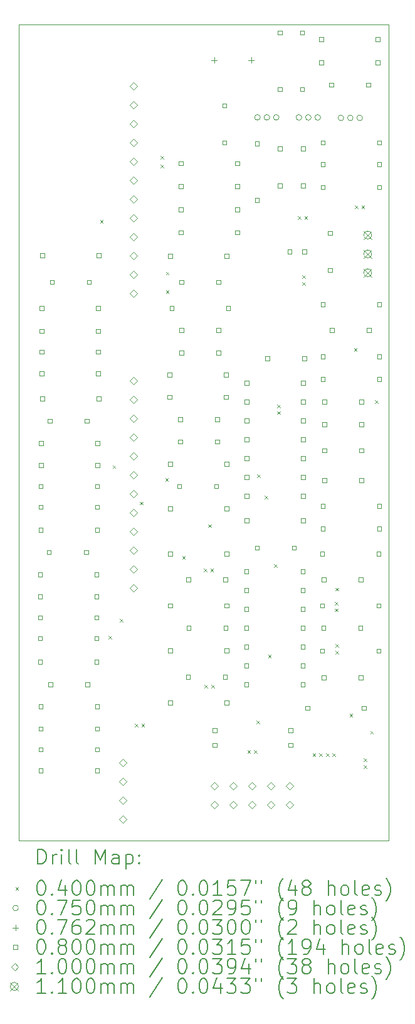
<source format=gbr>
%TF.GenerationSoftware,KiCad,Pcbnew,8.0.6-8.0.6-0~ubuntu22.04.1*%
%TF.CreationDate,2025-02-02T12:48:23+01:00*%
%TF.ProjectId,Drumbox,4472756d-626f-4782-9e6b-696361645f70,rev?*%
%TF.SameCoordinates,Original*%
%TF.FileFunction,Drillmap*%
%TF.FilePolarity,Positive*%
%FSLAX45Y45*%
G04 Gerber Fmt 4.5, Leading zero omitted, Abs format (unit mm)*
G04 Created by KiCad (PCBNEW 8.0.6-8.0.6-0~ubuntu22.04.1) date 2025-02-02 12:48:23*
%MOMM*%
%LPD*%
G01*
G04 APERTURE LIST*
%ADD10C,0.050000*%
%ADD11C,0.200000*%
%ADD12C,0.100000*%
%ADD13C,0.110000*%
G04 APERTURE END LIST*
D10*
X4790000Y-3380000D02*
X9790000Y-3380000D01*
X9790000Y-3380000D02*
X9790000Y-14380000D01*
X4790000Y-3380000D02*
X4790000Y-14380000D01*
X4790000Y-14380000D02*
X9790000Y-14380000D01*
D11*
D12*
X5890000Y-6010000D02*
X5930000Y-6050000D01*
X5930000Y-6010000D02*
X5890000Y-6050000D01*
X6005000Y-11620000D02*
X6045000Y-11660000D01*
X6045000Y-11620000D02*
X6005000Y-11660000D01*
X6060000Y-9320000D02*
X6100000Y-9360000D01*
X6100000Y-9320000D02*
X6060000Y-9360000D01*
X6155000Y-11390000D02*
X6195000Y-11430000D01*
X6195000Y-11390000D02*
X6155000Y-11430000D01*
X6360000Y-12800000D02*
X6400000Y-12840000D01*
X6400000Y-12800000D02*
X6360000Y-12840000D01*
X6430000Y-9810000D02*
X6470000Y-9850000D01*
X6470000Y-9810000D02*
X6430000Y-9850000D01*
X6450000Y-12800000D02*
X6490000Y-12840000D01*
X6490000Y-12800000D02*
X6450000Y-12840000D01*
X6710000Y-5150000D02*
X6750000Y-5190000D01*
X6750000Y-5150000D02*
X6710000Y-5190000D01*
X6710000Y-5270000D02*
X6750000Y-5310000D01*
X6750000Y-5270000D02*
X6710000Y-5310000D01*
X6770000Y-9490000D02*
X6810000Y-9530000D01*
X6810000Y-9490000D02*
X6770000Y-9530000D01*
X6780000Y-6710000D02*
X6820000Y-6750000D01*
X6820000Y-6710000D02*
X6780000Y-6750000D01*
X6780000Y-6960000D02*
X6820000Y-7000000D01*
X6820000Y-6960000D02*
X6780000Y-7000000D01*
X7000000Y-10540000D02*
X7040000Y-10580000D01*
X7040000Y-10540000D02*
X7000000Y-10580000D01*
X7290000Y-10710000D02*
X7330000Y-10750000D01*
X7330000Y-10710000D02*
X7290000Y-10750000D01*
X7300000Y-12280000D02*
X7340000Y-12320000D01*
X7340000Y-12280000D02*
X7300000Y-12320000D01*
X7350000Y-10115000D02*
X7390000Y-10155000D01*
X7390000Y-10115000D02*
X7350000Y-10155000D01*
X7380000Y-10710000D02*
X7420000Y-10750000D01*
X7420000Y-10710000D02*
X7380000Y-10750000D01*
X7390000Y-12280000D02*
X7430000Y-12320000D01*
X7430000Y-12280000D02*
X7390000Y-12320000D01*
X7880000Y-13160000D02*
X7920000Y-13200000D01*
X7920000Y-13160000D02*
X7880000Y-13200000D01*
X7970000Y-13160000D02*
X8010000Y-13200000D01*
X8010000Y-13160000D02*
X7970000Y-13200000D01*
X8001360Y-12758640D02*
X8041360Y-12798640D01*
X8041360Y-12758640D02*
X8001360Y-12798640D01*
X8010000Y-9440000D02*
X8050000Y-9480000D01*
X8050000Y-9440000D02*
X8010000Y-9480000D01*
X8110000Y-9730000D02*
X8150000Y-9770000D01*
X8150000Y-9730000D02*
X8110000Y-9770000D01*
X8160000Y-11870000D02*
X8200000Y-11910000D01*
X8200000Y-11870000D02*
X8160000Y-11910000D01*
X8240000Y-10650000D02*
X8280000Y-10690000D01*
X8280000Y-10650000D02*
X8240000Y-10690000D01*
X8280000Y-8500000D02*
X8320000Y-8540000D01*
X8320000Y-8500000D02*
X8280000Y-8540000D01*
X8280000Y-8590000D02*
X8320000Y-8630000D01*
X8320000Y-8590000D02*
X8280000Y-8630000D01*
X8560000Y-5960000D02*
X8600000Y-6000000D01*
X8600000Y-5960000D02*
X8560000Y-6000000D01*
X8620000Y-6760000D02*
X8660000Y-6800000D01*
X8660000Y-6760000D02*
X8620000Y-6800000D01*
X8620000Y-6850000D02*
X8660000Y-6890000D01*
X8660000Y-6850000D02*
X8620000Y-6890000D01*
X8650000Y-5960000D02*
X8690000Y-6000000D01*
X8690000Y-5960000D02*
X8650000Y-6000000D01*
X8760000Y-13200000D02*
X8800000Y-13240000D01*
X8800000Y-13200000D02*
X8760000Y-13240000D01*
X8850000Y-13200000D02*
X8890000Y-13240000D01*
X8890000Y-13200000D02*
X8850000Y-13240000D01*
X8940000Y-13200000D02*
X8980000Y-13240000D01*
X8980000Y-13200000D02*
X8940000Y-13240000D01*
X9030000Y-13200000D02*
X9070000Y-13240000D01*
X9070000Y-13200000D02*
X9030000Y-13240000D01*
X9060000Y-11160000D02*
X9100000Y-11200000D01*
X9100000Y-11160000D02*
X9060000Y-11200000D01*
X9060000Y-11250000D02*
X9100000Y-11290000D01*
X9100000Y-11250000D02*
X9060000Y-11290000D01*
X9070000Y-10970000D02*
X9110000Y-11010000D01*
X9110000Y-10970000D02*
X9070000Y-11010000D01*
X9070000Y-11730000D02*
X9110000Y-11770000D01*
X9110000Y-11730000D02*
X9070000Y-11770000D01*
X9070000Y-11820000D02*
X9110000Y-11860000D01*
X9110000Y-11820000D02*
X9070000Y-11860000D01*
X9260000Y-12670000D02*
X9300000Y-12710000D01*
X9300000Y-12670000D02*
X9260000Y-12710000D01*
X9320000Y-7740000D02*
X9360000Y-7780000D01*
X9360000Y-7740000D02*
X9320000Y-7780000D01*
X9330000Y-5820000D02*
X9370000Y-5860000D01*
X9370000Y-5820000D02*
X9330000Y-5860000D01*
X9420000Y-5820000D02*
X9460000Y-5860000D01*
X9460000Y-5820000D02*
X9420000Y-5860000D01*
X9450000Y-13270000D02*
X9490000Y-13310000D01*
X9490000Y-13270000D02*
X9450000Y-13310000D01*
X9450000Y-13360000D02*
X9490000Y-13400000D01*
X9490000Y-13360000D02*
X9450000Y-13400000D01*
X9540000Y-12900000D02*
X9580000Y-12940000D01*
X9580000Y-12900000D02*
X9540000Y-12940000D01*
X9605000Y-8440000D02*
X9645000Y-8480000D01*
X9645000Y-8440000D02*
X9605000Y-8480000D01*
X8053500Y-4630000D02*
G75*
G02*
X7978500Y-4630000I-37500J0D01*
G01*
X7978500Y-4630000D02*
G75*
G02*
X8053500Y-4630000I37500J0D01*
G01*
X8180500Y-4630000D02*
G75*
G02*
X8105500Y-4630000I-37500J0D01*
G01*
X8105500Y-4630000D02*
G75*
G02*
X8180500Y-4630000I37500J0D01*
G01*
X8307500Y-4630000D02*
G75*
G02*
X8232500Y-4630000I-37500J0D01*
G01*
X8232500Y-4630000D02*
G75*
G02*
X8307500Y-4630000I37500J0D01*
G01*
X8613500Y-4630000D02*
G75*
G02*
X8538500Y-4630000I-37500J0D01*
G01*
X8538500Y-4630000D02*
G75*
G02*
X8613500Y-4630000I37500J0D01*
G01*
X8740500Y-4630000D02*
G75*
G02*
X8665500Y-4630000I-37500J0D01*
G01*
X8665500Y-4630000D02*
G75*
G02*
X8740500Y-4630000I37500J0D01*
G01*
X8867500Y-4630000D02*
G75*
G02*
X8792500Y-4630000I-37500J0D01*
G01*
X8792500Y-4630000D02*
G75*
G02*
X8867500Y-4630000I37500J0D01*
G01*
X9180500Y-4636000D02*
G75*
G02*
X9105500Y-4636000I-37500J0D01*
G01*
X9105500Y-4636000D02*
G75*
G02*
X9180500Y-4636000I37500J0D01*
G01*
X9307500Y-4636000D02*
G75*
G02*
X9232500Y-4636000I-37500J0D01*
G01*
X9232500Y-4636000D02*
G75*
G02*
X9307500Y-4636000I37500J0D01*
G01*
X9434500Y-4636000D02*
G75*
G02*
X9359500Y-4636000I-37500J0D01*
G01*
X9359500Y-4636000D02*
G75*
G02*
X9434500Y-4636000I37500J0D01*
G01*
X7430000Y-3821900D02*
X7430000Y-3898100D01*
X7391900Y-3860000D02*
X7468100Y-3860000D01*
X7930000Y-3821900D02*
X7930000Y-3898100D01*
X7891900Y-3860000D02*
X7968100Y-3860000D01*
X5107285Y-10818285D02*
X5107285Y-10761716D01*
X5050716Y-10761716D01*
X5050716Y-10818285D01*
X5107285Y-10818285D01*
X5107285Y-11118285D02*
X5107285Y-11061716D01*
X5050716Y-11061716D01*
X5050716Y-11118285D01*
X5107285Y-11118285D01*
X5107285Y-11398284D02*
X5107285Y-11341715D01*
X5050716Y-11341715D01*
X5050716Y-11398284D01*
X5107285Y-11398284D01*
X5107285Y-11678284D02*
X5107285Y-11621715D01*
X5050716Y-11621715D01*
X5050716Y-11678284D01*
X5107285Y-11678284D01*
X5108285Y-11998284D02*
X5108285Y-11941715D01*
X5051716Y-11941715D01*
X5051716Y-11998284D01*
X5108285Y-11998284D01*
X5117285Y-9908285D02*
X5117285Y-9851716D01*
X5060716Y-9851716D01*
X5060716Y-9908285D01*
X5117285Y-9908285D01*
X5117285Y-10218285D02*
X5117285Y-10161716D01*
X5060716Y-10161716D01*
X5060716Y-10218285D01*
X5117285Y-10218285D01*
X5117285Y-12598284D02*
X5117285Y-12541715D01*
X5060716Y-12541715D01*
X5060716Y-12598284D01*
X5117285Y-12598284D01*
X5117285Y-12898284D02*
X5117285Y-12841715D01*
X5060716Y-12841715D01*
X5060716Y-12898284D01*
X5117285Y-12898284D01*
X5117285Y-13178284D02*
X5117285Y-13121715D01*
X5060716Y-13121715D01*
X5060716Y-13178284D01*
X5117285Y-13178284D01*
X5117285Y-13458284D02*
X5117285Y-13401715D01*
X5060716Y-13401715D01*
X5060716Y-13458284D01*
X5117285Y-13458284D01*
X5118285Y-9628285D02*
X5118285Y-9571716D01*
X5061716Y-9571716D01*
X5061716Y-9628285D01*
X5118285Y-9628285D01*
X5119285Y-9048285D02*
X5119285Y-8991716D01*
X5062716Y-8991716D01*
X5062716Y-9048285D01*
X5119285Y-9048285D01*
X5119285Y-9348285D02*
X5119285Y-9291716D01*
X5062716Y-9291716D01*
X5062716Y-9348285D01*
X5119285Y-9348285D01*
X5127285Y-7228284D02*
X5127285Y-7171715D01*
X5070716Y-7171715D01*
X5070716Y-7228284D01*
X5127285Y-7228284D01*
X5127285Y-7538284D02*
X5127285Y-7481715D01*
X5070716Y-7481715D01*
X5070716Y-7538284D01*
X5127285Y-7538284D01*
X5127285Y-7818284D02*
X5127285Y-7761715D01*
X5070716Y-7761715D01*
X5070716Y-7818284D01*
X5127285Y-7818284D01*
X5127285Y-8108284D02*
X5127285Y-8051715D01*
X5070716Y-8051715D01*
X5070716Y-8108284D01*
X5127285Y-8108284D01*
X5137285Y-6518284D02*
X5137285Y-6461715D01*
X5080716Y-6461715D01*
X5080716Y-6518284D01*
X5137285Y-6518284D01*
X5138285Y-8448285D02*
X5138285Y-8391716D01*
X5081716Y-8391716D01*
X5081716Y-8448285D01*
X5138285Y-8448285D01*
X5228285Y-10518285D02*
X5228285Y-10461716D01*
X5171716Y-10461716D01*
X5171716Y-10518285D01*
X5228285Y-10518285D01*
X5239285Y-8748285D02*
X5239285Y-8691716D01*
X5182716Y-8691716D01*
X5182716Y-8748285D01*
X5239285Y-8748285D01*
X5248285Y-12298284D02*
X5248285Y-12241715D01*
X5191716Y-12241715D01*
X5191716Y-12298284D01*
X5248285Y-12298284D01*
X5268285Y-6878284D02*
X5268285Y-6821715D01*
X5211716Y-6821715D01*
X5211716Y-6878284D01*
X5268285Y-6878284D01*
X5728284Y-10518285D02*
X5728284Y-10461716D01*
X5671715Y-10461716D01*
X5671715Y-10518285D01*
X5728284Y-10518285D01*
X5739284Y-8748285D02*
X5739284Y-8691716D01*
X5682715Y-8691716D01*
X5682715Y-8748285D01*
X5739284Y-8748285D01*
X5748284Y-12298284D02*
X5748284Y-12241715D01*
X5691715Y-12241715D01*
X5691715Y-12298284D01*
X5748284Y-12298284D01*
X5768284Y-6878284D02*
X5768284Y-6821715D01*
X5711715Y-6821715D01*
X5711715Y-6878284D01*
X5768284Y-6878284D01*
X5869284Y-10818285D02*
X5869284Y-10761716D01*
X5812715Y-10761716D01*
X5812715Y-10818285D01*
X5869284Y-10818285D01*
X5869284Y-11118285D02*
X5869284Y-11061716D01*
X5812715Y-11061716D01*
X5812715Y-11118285D01*
X5869284Y-11118285D01*
X5869284Y-11398284D02*
X5869284Y-11341715D01*
X5812715Y-11341715D01*
X5812715Y-11398284D01*
X5869284Y-11398284D01*
X5869284Y-11678284D02*
X5869284Y-11621715D01*
X5812715Y-11621715D01*
X5812715Y-11678284D01*
X5869284Y-11678284D01*
X5870284Y-11998284D02*
X5870284Y-11941715D01*
X5813715Y-11941715D01*
X5813715Y-11998284D01*
X5870284Y-11998284D01*
X5879284Y-9908285D02*
X5879284Y-9851716D01*
X5822715Y-9851716D01*
X5822715Y-9908285D01*
X5879284Y-9908285D01*
X5879284Y-10218285D02*
X5879284Y-10161716D01*
X5822715Y-10161716D01*
X5822715Y-10218285D01*
X5879284Y-10218285D01*
X5879284Y-12598284D02*
X5879284Y-12541715D01*
X5822715Y-12541715D01*
X5822715Y-12598284D01*
X5879284Y-12598284D01*
X5879284Y-12898284D02*
X5879284Y-12841715D01*
X5822715Y-12841715D01*
X5822715Y-12898284D01*
X5879284Y-12898284D01*
X5879284Y-13178284D02*
X5879284Y-13121715D01*
X5822715Y-13121715D01*
X5822715Y-13178284D01*
X5879284Y-13178284D01*
X5879284Y-13458284D02*
X5879284Y-13401715D01*
X5822715Y-13401715D01*
X5822715Y-13458284D01*
X5879284Y-13458284D01*
X5880284Y-9628285D02*
X5880284Y-9571716D01*
X5823715Y-9571716D01*
X5823715Y-9628285D01*
X5880284Y-9628285D01*
X5881284Y-9048285D02*
X5881284Y-8991716D01*
X5824715Y-8991716D01*
X5824715Y-9048285D01*
X5881284Y-9048285D01*
X5881284Y-9348285D02*
X5881284Y-9291716D01*
X5824715Y-9291716D01*
X5824715Y-9348285D01*
X5881284Y-9348285D01*
X5889284Y-7228284D02*
X5889284Y-7171715D01*
X5832715Y-7171715D01*
X5832715Y-7228284D01*
X5889284Y-7228284D01*
X5889284Y-7538284D02*
X5889284Y-7481715D01*
X5832715Y-7481715D01*
X5832715Y-7538284D01*
X5889284Y-7538284D01*
X5889284Y-7818284D02*
X5889284Y-7761715D01*
X5832715Y-7761715D01*
X5832715Y-7818284D01*
X5889284Y-7818284D01*
X5889284Y-8108284D02*
X5889284Y-8051715D01*
X5832715Y-8051715D01*
X5832715Y-8108284D01*
X5889284Y-8108284D01*
X5899284Y-6518284D02*
X5899284Y-6461715D01*
X5842715Y-6461715D01*
X5842715Y-6518284D01*
X5899284Y-6518284D01*
X5900284Y-8448285D02*
X5900284Y-8391716D01*
X5843715Y-8391716D01*
X5843715Y-8448285D01*
X5900284Y-8448285D01*
X6857284Y-8128284D02*
X6857284Y-8071715D01*
X6800715Y-8071715D01*
X6800715Y-8128284D01*
X6857284Y-8128284D01*
X6858284Y-8428285D02*
X6858284Y-8371715D01*
X6801715Y-8371715D01*
X6801715Y-8428285D01*
X6858284Y-8428285D01*
X6864284Y-11843284D02*
X6864284Y-11786715D01*
X6807715Y-11786715D01*
X6807715Y-11843284D01*
X6864284Y-11843284D01*
X6865284Y-12548284D02*
X6865284Y-12491715D01*
X6808715Y-12491715D01*
X6808715Y-12548284D01*
X6865284Y-12548284D01*
X6866284Y-10538285D02*
X6866284Y-10481716D01*
X6809715Y-10481716D01*
X6809715Y-10538285D01*
X6866284Y-10538285D01*
X6866284Y-11238284D02*
X6866284Y-11181716D01*
X6809715Y-11181716D01*
X6809715Y-11238284D01*
X6866284Y-11238284D01*
X6867284Y-6528284D02*
X6867284Y-6471715D01*
X6810715Y-6471715D01*
X6810715Y-6528284D01*
X6867284Y-6528284D01*
X6867284Y-9328285D02*
X6867284Y-9271716D01*
X6810715Y-9271716D01*
X6810715Y-9328285D01*
X6867284Y-9328285D01*
X6867284Y-9928285D02*
X6867284Y-9871716D01*
X6810715Y-9871716D01*
X6810715Y-9928285D01*
X6867284Y-9928285D01*
X6887284Y-7228284D02*
X6887284Y-7171715D01*
X6830715Y-7171715D01*
X6830715Y-7228284D01*
X6887284Y-7228284D01*
X6988284Y-9628285D02*
X6988284Y-9571716D01*
X6931715Y-9571716D01*
X6931715Y-9628285D01*
X6988284Y-9628285D01*
X6998284Y-9028285D02*
X6998284Y-8971716D01*
X6941715Y-8971716D01*
X6941715Y-9028285D01*
X6998284Y-9028285D01*
X6999284Y-8728285D02*
X6999284Y-8671716D01*
X6942715Y-8671716D01*
X6942715Y-8728285D01*
X6999284Y-8728285D01*
X7007284Y-5898284D02*
X7007284Y-5841715D01*
X6950715Y-5841715D01*
X6950715Y-5898284D01*
X7007284Y-5898284D01*
X7007284Y-6208284D02*
X7007284Y-6151715D01*
X6950715Y-6151715D01*
X6950715Y-6208284D01*
X7007284Y-6208284D01*
X7008284Y-5278285D02*
X7008284Y-5221716D01*
X6951715Y-5221716D01*
X6951715Y-5278285D01*
X7008284Y-5278285D01*
X7008284Y-5588285D02*
X7008284Y-5531716D01*
X6951715Y-5531716D01*
X6951715Y-5588285D01*
X7008284Y-5588285D01*
X7018284Y-6878284D02*
X7018284Y-6821715D01*
X6961715Y-6821715D01*
X6961715Y-6878284D01*
X7018284Y-6878284D01*
X7018284Y-7528284D02*
X7018284Y-7471715D01*
X6961715Y-7471715D01*
X6961715Y-7528284D01*
X7018284Y-7528284D01*
X7018284Y-7828284D02*
X7018284Y-7771715D01*
X6961715Y-7771715D01*
X6961715Y-7828284D01*
X7018284Y-7828284D01*
X7106284Y-12198284D02*
X7106284Y-12141715D01*
X7049715Y-12141715D01*
X7049715Y-12198284D01*
X7106284Y-12198284D01*
X7108284Y-10888285D02*
X7108284Y-10831716D01*
X7051715Y-10831716D01*
X7051715Y-10888285D01*
X7108284Y-10888285D01*
X7115284Y-11538284D02*
X7115284Y-11481715D01*
X7058715Y-11481715D01*
X7058715Y-11538284D01*
X7115284Y-11538284D01*
X7468284Y-12918284D02*
X7468284Y-12861715D01*
X7411715Y-12861715D01*
X7411715Y-12918284D01*
X7468284Y-12918284D01*
X7468284Y-13118284D02*
X7468284Y-13061715D01*
X7411715Y-13061715D01*
X7411715Y-13118284D01*
X7468284Y-13118284D01*
X7488284Y-9628285D02*
X7488284Y-9571716D01*
X7431715Y-9571716D01*
X7431715Y-9628285D01*
X7488284Y-9628285D01*
X7498284Y-9028285D02*
X7498284Y-8971716D01*
X7441715Y-8971716D01*
X7441715Y-9028285D01*
X7498284Y-9028285D01*
X7499284Y-8728285D02*
X7499284Y-8671716D01*
X7442715Y-8671716D01*
X7442715Y-8728285D01*
X7499284Y-8728285D01*
X7518284Y-6878284D02*
X7518284Y-6821715D01*
X7461715Y-6821715D01*
X7461715Y-6878284D01*
X7518284Y-6878284D01*
X7518284Y-7528284D02*
X7518284Y-7471715D01*
X7461715Y-7471715D01*
X7461715Y-7528284D01*
X7518284Y-7528284D01*
X7518284Y-7828284D02*
X7518284Y-7771715D01*
X7461715Y-7771715D01*
X7461715Y-7828284D01*
X7518284Y-7828284D01*
X7598284Y-4498285D02*
X7598284Y-4441716D01*
X7541715Y-4441716D01*
X7541715Y-4498285D01*
X7598284Y-4498285D01*
X7598284Y-4998285D02*
X7598284Y-4941716D01*
X7541715Y-4941716D01*
X7541715Y-4998285D01*
X7598284Y-4998285D01*
X7606284Y-12198284D02*
X7606284Y-12141715D01*
X7549715Y-12141715D01*
X7549715Y-12198284D01*
X7606284Y-12198284D01*
X7608284Y-10888285D02*
X7608284Y-10831716D01*
X7551715Y-10831716D01*
X7551715Y-10888285D01*
X7608284Y-10888285D01*
X7615284Y-11538284D02*
X7615284Y-11481715D01*
X7558715Y-11481715D01*
X7558715Y-11538284D01*
X7615284Y-11538284D01*
X7619284Y-8128284D02*
X7619284Y-8071715D01*
X7562715Y-8071715D01*
X7562715Y-8128284D01*
X7619284Y-8128284D01*
X7620284Y-8428285D02*
X7620284Y-8371715D01*
X7563715Y-8371715D01*
X7563715Y-8428285D01*
X7620284Y-8428285D01*
X7626284Y-11843284D02*
X7626284Y-11786715D01*
X7569715Y-11786715D01*
X7569715Y-11843284D01*
X7626284Y-11843284D01*
X7627284Y-12548284D02*
X7627284Y-12491715D01*
X7570715Y-12491715D01*
X7570715Y-12548284D01*
X7627284Y-12548284D01*
X7628284Y-10538285D02*
X7628284Y-10481716D01*
X7571715Y-10481716D01*
X7571715Y-10538285D01*
X7628284Y-10538285D01*
X7628284Y-11238284D02*
X7628284Y-11181716D01*
X7571715Y-11181716D01*
X7571715Y-11238284D01*
X7628284Y-11238284D01*
X7629284Y-6528284D02*
X7629284Y-6471715D01*
X7572715Y-6471715D01*
X7572715Y-6528284D01*
X7629284Y-6528284D01*
X7629284Y-9328285D02*
X7629284Y-9271716D01*
X7572715Y-9271716D01*
X7572715Y-9328285D01*
X7629284Y-9328285D01*
X7629284Y-9928285D02*
X7629284Y-9871716D01*
X7572715Y-9871716D01*
X7572715Y-9928285D01*
X7629284Y-9928285D01*
X7649284Y-7228284D02*
X7649284Y-7171715D01*
X7592715Y-7171715D01*
X7592715Y-7228284D01*
X7649284Y-7228284D01*
X7769284Y-5898284D02*
X7769284Y-5841715D01*
X7712715Y-5841715D01*
X7712715Y-5898284D01*
X7769284Y-5898284D01*
X7769284Y-6208284D02*
X7769284Y-6151715D01*
X7712715Y-6151715D01*
X7712715Y-6208284D01*
X7769284Y-6208284D01*
X7770284Y-5278285D02*
X7770284Y-5221716D01*
X7713715Y-5221716D01*
X7713715Y-5278285D01*
X7770284Y-5278285D01*
X7770284Y-5588285D02*
X7770284Y-5531716D01*
X7713715Y-5531716D01*
X7713715Y-5588285D01*
X7770284Y-5588285D01*
X7895284Y-10775785D02*
X7895284Y-10719216D01*
X7838715Y-10719216D01*
X7838715Y-10775785D01*
X7895284Y-10775785D01*
X7895284Y-11029785D02*
X7895284Y-10973216D01*
X7838715Y-10973216D01*
X7838715Y-11029785D01*
X7895284Y-11029785D01*
X7895284Y-11283784D02*
X7895284Y-11227215D01*
X7838715Y-11227215D01*
X7838715Y-11283784D01*
X7895284Y-11283784D01*
X7895284Y-11537784D02*
X7895284Y-11481215D01*
X7838715Y-11481215D01*
X7838715Y-11537784D01*
X7895284Y-11537784D01*
X7895284Y-11791784D02*
X7895284Y-11735215D01*
X7838715Y-11735215D01*
X7838715Y-11791784D01*
X7895284Y-11791784D01*
X7895284Y-12045784D02*
X7895284Y-11989215D01*
X7838715Y-11989215D01*
X7838715Y-12045784D01*
X7895284Y-12045784D01*
X7895284Y-12299784D02*
X7895284Y-12243215D01*
X7838715Y-12243215D01*
X7838715Y-12299784D01*
X7895284Y-12299784D01*
X7896284Y-8234284D02*
X7896284Y-8177715D01*
X7839715Y-8177715D01*
X7839715Y-8234284D01*
X7896284Y-8234284D01*
X7896284Y-8488285D02*
X7896284Y-8431716D01*
X7839715Y-8431716D01*
X7839715Y-8488285D01*
X7896284Y-8488285D01*
X7896284Y-8742285D02*
X7896284Y-8685716D01*
X7839715Y-8685716D01*
X7839715Y-8742285D01*
X7896284Y-8742285D01*
X7896284Y-8996285D02*
X7896284Y-8939716D01*
X7839715Y-8939716D01*
X7839715Y-8996285D01*
X7896284Y-8996285D01*
X7896284Y-9250285D02*
X7896284Y-9193716D01*
X7839715Y-9193716D01*
X7839715Y-9250285D01*
X7896284Y-9250285D01*
X7896284Y-9504285D02*
X7896284Y-9447716D01*
X7839715Y-9447716D01*
X7839715Y-9504285D01*
X7896284Y-9504285D01*
X7896284Y-9758285D02*
X7896284Y-9701716D01*
X7839715Y-9701716D01*
X7839715Y-9758285D01*
X7896284Y-9758285D01*
X7897284Y-10088285D02*
X7897284Y-10031716D01*
X7840715Y-10031716D01*
X7840715Y-10088285D01*
X7897284Y-10088285D01*
X8038284Y-5008285D02*
X8038284Y-4951716D01*
X7981715Y-4951716D01*
X7981715Y-5008285D01*
X8038284Y-5008285D01*
X8038284Y-5770284D02*
X8038284Y-5713715D01*
X7981715Y-5713715D01*
X7981715Y-5770284D01*
X8038284Y-5770284D01*
X8038284Y-10458285D02*
X8038284Y-10401716D01*
X7981715Y-10401716D01*
X7981715Y-10458285D01*
X8038284Y-10458285D01*
X8178284Y-7908284D02*
X8178284Y-7851715D01*
X8121715Y-7851715D01*
X8121715Y-7908284D01*
X8178284Y-7908284D01*
X8348284Y-3516284D02*
X8348284Y-3459715D01*
X8291715Y-3459715D01*
X8291715Y-3516284D01*
X8348284Y-3516284D01*
X8348284Y-4278285D02*
X8348284Y-4221716D01*
X8291715Y-4221716D01*
X8291715Y-4278285D01*
X8348284Y-4278285D01*
X8348284Y-5078285D02*
X8348284Y-5021716D01*
X8291715Y-5021716D01*
X8291715Y-5078285D01*
X8348284Y-5078285D01*
X8348284Y-5578285D02*
X8348284Y-5521716D01*
X8291715Y-5521716D01*
X8291715Y-5578285D01*
X8348284Y-5578285D01*
X8478285Y-6468284D02*
X8478285Y-6411715D01*
X8421716Y-6411715D01*
X8421716Y-6468284D01*
X8478285Y-6468284D01*
X8488285Y-12918284D02*
X8488285Y-12861715D01*
X8431716Y-12861715D01*
X8431716Y-12918284D01*
X8488285Y-12918284D01*
X8488285Y-13118284D02*
X8488285Y-13061715D01*
X8431716Y-13061715D01*
X8431716Y-13118284D01*
X8488285Y-13118284D01*
X8538285Y-10458285D02*
X8538285Y-10401716D01*
X8481716Y-10401716D01*
X8481716Y-10458285D01*
X8538285Y-10458285D01*
X8648285Y-3516284D02*
X8648285Y-3459715D01*
X8591716Y-3459715D01*
X8591716Y-3516284D01*
X8648285Y-3516284D01*
X8648285Y-4278285D02*
X8648285Y-4221716D01*
X8591716Y-4221716D01*
X8591716Y-4278285D01*
X8648285Y-4278285D01*
X8657285Y-10775785D02*
X8657285Y-10719216D01*
X8600716Y-10719216D01*
X8600716Y-10775785D01*
X8657285Y-10775785D01*
X8657285Y-11029785D02*
X8657285Y-10973216D01*
X8600716Y-10973216D01*
X8600716Y-11029785D01*
X8657285Y-11029785D01*
X8657285Y-11283784D02*
X8657285Y-11227215D01*
X8600716Y-11227215D01*
X8600716Y-11283784D01*
X8657285Y-11283784D01*
X8657285Y-11537784D02*
X8657285Y-11481215D01*
X8600716Y-11481215D01*
X8600716Y-11537784D01*
X8657285Y-11537784D01*
X8657285Y-11791784D02*
X8657285Y-11735215D01*
X8600716Y-11735215D01*
X8600716Y-11791784D01*
X8657285Y-11791784D01*
X8657285Y-12045784D02*
X8657285Y-11989215D01*
X8600716Y-11989215D01*
X8600716Y-12045784D01*
X8657285Y-12045784D01*
X8657285Y-12299784D02*
X8657285Y-12243215D01*
X8600716Y-12243215D01*
X8600716Y-12299784D01*
X8657285Y-12299784D01*
X8658285Y-5078285D02*
X8658285Y-5021716D01*
X8601716Y-5021716D01*
X8601716Y-5078285D01*
X8658285Y-5078285D01*
X8658285Y-5578285D02*
X8658285Y-5521716D01*
X8601716Y-5521716D01*
X8601716Y-5578285D01*
X8658285Y-5578285D01*
X8658285Y-8234284D02*
X8658285Y-8177715D01*
X8601716Y-8177715D01*
X8601716Y-8234284D01*
X8658285Y-8234284D01*
X8658285Y-8488285D02*
X8658285Y-8431716D01*
X8601716Y-8431716D01*
X8601716Y-8488285D01*
X8658285Y-8488285D01*
X8658285Y-8742285D02*
X8658285Y-8685716D01*
X8601716Y-8685716D01*
X8601716Y-8742285D01*
X8658285Y-8742285D01*
X8658285Y-8996285D02*
X8658285Y-8939716D01*
X8601716Y-8939716D01*
X8601716Y-8996285D01*
X8658285Y-8996285D01*
X8658285Y-9250285D02*
X8658285Y-9193716D01*
X8601716Y-9193716D01*
X8601716Y-9250285D01*
X8658285Y-9250285D01*
X8658285Y-9504285D02*
X8658285Y-9447716D01*
X8601716Y-9447716D01*
X8601716Y-9504285D01*
X8658285Y-9504285D01*
X8658285Y-9758285D02*
X8658285Y-9701716D01*
X8601716Y-9701716D01*
X8601716Y-9758285D01*
X8658285Y-9758285D01*
X8659285Y-10088285D02*
X8659285Y-10031716D01*
X8602716Y-10031716D01*
X8602716Y-10088285D01*
X8659285Y-10088285D01*
X8678285Y-6468284D02*
X8678285Y-6411715D01*
X8621716Y-6411715D01*
X8621716Y-6468284D01*
X8678285Y-6468284D01*
X8678285Y-7908284D02*
X8678285Y-7851715D01*
X8621716Y-7851715D01*
X8621716Y-7908284D01*
X8678285Y-7908284D01*
X8717285Y-12618284D02*
X8717285Y-12561715D01*
X8660716Y-12561715D01*
X8660716Y-12618284D01*
X8717285Y-12618284D01*
X8908285Y-3608284D02*
X8908285Y-3551715D01*
X8851716Y-3551715D01*
X8851716Y-3608284D01*
X8908285Y-3608284D01*
X8908285Y-3918284D02*
X8908285Y-3861715D01*
X8851716Y-3861715D01*
X8851716Y-3918284D01*
X8908285Y-3918284D01*
X8917285Y-10538285D02*
X8917285Y-10481716D01*
X8860716Y-10481716D01*
X8860716Y-10538285D01*
X8917285Y-10538285D01*
X8917285Y-11238284D02*
X8917285Y-11181716D01*
X8860716Y-11181716D01*
X8860716Y-11238284D01*
X8917285Y-11238284D01*
X8917285Y-11848284D02*
X8917285Y-11791715D01*
X8860716Y-11791715D01*
X8860716Y-11848284D01*
X8917285Y-11848284D01*
X8926285Y-5288285D02*
X8926285Y-5231716D01*
X8869716Y-5231716D01*
X8869716Y-5288285D01*
X8926285Y-5288285D01*
X8926285Y-7883284D02*
X8926285Y-7826715D01*
X8869716Y-7826715D01*
X8869716Y-7883284D01*
X8926285Y-7883284D01*
X8926285Y-9898285D02*
X8926285Y-9841716D01*
X8869716Y-9841716D01*
X8869716Y-9898285D01*
X8926285Y-9898285D01*
X8927285Y-7178284D02*
X8927285Y-7121715D01*
X8870716Y-7121715D01*
X8870716Y-7178284D01*
X8927285Y-7178284D01*
X8927285Y-8188284D02*
X8927285Y-8131715D01*
X8870716Y-8131715D01*
X8870716Y-8188284D01*
X8927285Y-8188284D01*
X8928285Y-4998285D02*
X8928285Y-4941716D01*
X8871716Y-4941716D01*
X8871716Y-4998285D01*
X8928285Y-4998285D01*
X8928285Y-5598284D02*
X8928285Y-5541716D01*
X8871716Y-5541716D01*
X8871716Y-5598284D01*
X8928285Y-5598284D01*
X8928285Y-10198285D02*
X8928285Y-10141716D01*
X8871716Y-10141716D01*
X8871716Y-10198285D01*
X8928285Y-10198285D01*
X8935285Y-11538284D02*
X8935285Y-11481715D01*
X8878716Y-11481715D01*
X8878716Y-11538284D01*
X8935285Y-11538284D01*
X8938285Y-10888285D02*
X8938285Y-10831716D01*
X8881716Y-10831716D01*
X8881716Y-10888285D01*
X8938285Y-10888285D01*
X8938285Y-12208284D02*
X8938285Y-12151715D01*
X8881716Y-12151715D01*
X8881716Y-12208284D01*
X8938285Y-12208284D01*
X8948285Y-8493285D02*
X8948285Y-8436716D01*
X8891716Y-8436716D01*
X8891716Y-8493285D01*
X8948285Y-8493285D01*
X8948285Y-8798285D02*
X8948285Y-8741716D01*
X8891716Y-8741716D01*
X8891716Y-8798285D01*
X8948285Y-8798285D01*
X8948285Y-9148285D02*
X8948285Y-9091716D01*
X8891716Y-9091716D01*
X8891716Y-9148285D01*
X8948285Y-9148285D01*
X8948285Y-9548285D02*
X8948285Y-9491716D01*
X8891716Y-9491716D01*
X8891716Y-9548285D01*
X8948285Y-9548285D01*
X9023796Y-6218284D02*
X9023796Y-6161715D01*
X8967227Y-6161715D01*
X8967227Y-6218284D01*
X9023796Y-6218284D01*
X9023796Y-6718284D02*
X9023796Y-6661715D01*
X8967227Y-6661715D01*
X8967227Y-6718284D01*
X9023796Y-6718284D01*
X9039285Y-4218285D02*
X9039285Y-4161715D01*
X8982716Y-4161715D01*
X8982716Y-4218285D01*
X9039285Y-4218285D01*
X9048285Y-7528284D02*
X9048285Y-7471715D01*
X8991716Y-7471715D01*
X8991716Y-7528284D01*
X9048285Y-7528284D01*
X9435285Y-11538284D02*
X9435285Y-11481715D01*
X9378716Y-11481715D01*
X9378716Y-11538284D01*
X9435285Y-11538284D01*
X9438285Y-10888285D02*
X9438285Y-10831716D01*
X9381716Y-10831716D01*
X9381716Y-10888285D01*
X9438285Y-10888285D01*
X9438285Y-12208284D02*
X9438285Y-12151715D01*
X9381716Y-12151715D01*
X9381716Y-12208284D01*
X9438285Y-12208284D01*
X9448285Y-8493285D02*
X9448285Y-8436716D01*
X9391716Y-8436716D01*
X9391716Y-8493285D01*
X9448285Y-8493285D01*
X9448285Y-8798285D02*
X9448285Y-8741716D01*
X9391716Y-8741716D01*
X9391716Y-8798285D01*
X9448285Y-8798285D01*
X9448285Y-9148285D02*
X9448285Y-9091716D01*
X9391716Y-9091716D01*
X9391716Y-9148285D01*
X9448285Y-9148285D01*
X9448285Y-9548285D02*
X9448285Y-9491716D01*
X9391716Y-9491716D01*
X9391716Y-9548285D01*
X9448285Y-9548285D01*
X9479285Y-12618284D02*
X9479285Y-12561715D01*
X9422716Y-12561715D01*
X9422716Y-12618284D01*
X9479285Y-12618284D01*
X9539285Y-4218285D02*
X9539285Y-4161715D01*
X9482716Y-4161715D01*
X9482716Y-4218285D01*
X9539285Y-4218285D01*
X9548285Y-7528284D02*
X9548285Y-7471715D01*
X9491716Y-7471715D01*
X9491716Y-7528284D01*
X9548285Y-7528284D01*
X9670285Y-3608284D02*
X9670285Y-3551715D01*
X9613716Y-3551715D01*
X9613716Y-3608284D01*
X9670285Y-3608284D01*
X9670285Y-3918284D02*
X9670285Y-3861715D01*
X9613716Y-3861715D01*
X9613716Y-3918284D01*
X9670285Y-3918284D01*
X9679285Y-10538285D02*
X9679285Y-10481716D01*
X9622716Y-10481716D01*
X9622716Y-10538285D01*
X9679285Y-10538285D01*
X9679285Y-11238284D02*
X9679285Y-11181716D01*
X9622716Y-11181716D01*
X9622716Y-11238284D01*
X9679285Y-11238284D01*
X9679285Y-11848284D02*
X9679285Y-11791715D01*
X9622716Y-11791715D01*
X9622716Y-11848284D01*
X9679285Y-11848284D01*
X9688285Y-5288285D02*
X9688285Y-5231716D01*
X9631716Y-5231716D01*
X9631716Y-5288285D01*
X9688285Y-5288285D01*
X9688285Y-7883284D02*
X9688285Y-7826715D01*
X9631716Y-7826715D01*
X9631716Y-7883284D01*
X9688285Y-7883284D01*
X9688285Y-9898285D02*
X9688285Y-9841716D01*
X9631716Y-9841716D01*
X9631716Y-9898285D01*
X9688285Y-9898285D01*
X9689285Y-7178284D02*
X9689285Y-7121715D01*
X9632716Y-7121715D01*
X9632716Y-7178284D01*
X9689285Y-7178284D01*
X9689285Y-8188284D02*
X9689285Y-8131715D01*
X9632716Y-8131715D01*
X9632716Y-8188284D01*
X9689285Y-8188284D01*
X9690285Y-4998285D02*
X9690285Y-4941716D01*
X9633716Y-4941716D01*
X9633716Y-4998285D01*
X9690285Y-4998285D01*
X9690285Y-5598284D02*
X9690285Y-5541716D01*
X9633716Y-5541716D01*
X9633716Y-5598284D01*
X9690285Y-5598284D01*
X9690285Y-10198285D02*
X9690285Y-10141716D01*
X9633716Y-10141716D01*
X9633716Y-10198285D01*
X9690285Y-10198285D01*
X6200000Y-13380000D02*
X6250000Y-13330000D01*
X6200000Y-13280000D01*
X6150000Y-13330000D01*
X6200000Y-13380000D01*
X6200000Y-13634000D02*
X6250000Y-13584000D01*
X6200000Y-13534000D01*
X6150000Y-13584000D01*
X6200000Y-13634000D01*
X6200000Y-13888000D02*
X6250000Y-13838000D01*
X6200000Y-13788000D01*
X6150000Y-13838000D01*
X6200000Y-13888000D01*
X6200000Y-14142000D02*
X6250000Y-14092000D01*
X6200000Y-14042000D01*
X6150000Y-14092000D01*
X6200000Y-14142000D01*
X6340000Y-4260000D02*
X6390000Y-4210000D01*
X6340000Y-4160000D01*
X6290000Y-4210000D01*
X6340000Y-4260000D01*
X6340000Y-4514000D02*
X6390000Y-4464000D01*
X6340000Y-4414000D01*
X6290000Y-4464000D01*
X6340000Y-4514000D01*
X6340000Y-4768000D02*
X6390000Y-4718000D01*
X6340000Y-4668000D01*
X6290000Y-4718000D01*
X6340000Y-4768000D01*
X6340000Y-5022000D02*
X6390000Y-4972000D01*
X6340000Y-4922000D01*
X6290000Y-4972000D01*
X6340000Y-5022000D01*
X6340000Y-5276000D02*
X6390000Y-5226000D01*
X6340000Y-5176000D01*
X6290000Y-5226000D01*
X6340000Y-5276000D01*
X6340000Y-5530000D02*
X6390000Y-5480000D01*
X6340000Y-5430000D01*
X6290000Y-5480000D01*
X6340000Y-5530000D01*
X6340000Y-5784000D02*
X6390000Y-5734000D01*
X6340000Y-5684000D01*
X6290000Y-5734000D01*
X6340000Y-5784000D01*
X6340000Y-6038000D02*
X6390000Y-5988000D01*
X6340000Y-5938000D01*
X6290000Y-5988000D01*
X6340000Y-6038000D01*
X6340000Y-6292000D02*
X6390000Y-6242000D01*
X6340000Y-6192000D01*
X6290000Y-6242000D01*
X6340000Y-6292000D01*
X6340000Y-6546000D02*
X6390000Y-6496000D01*
X6340000Y-6446000D01*
X6290000Y-6496000D01*
X6340000Y-6546000D01*
X6340000Y-6800000D02*
X6390000Y-6750000D01*
X6340000Y-6700000D01*
X6290000Y-6750000D01*
X6340000Y-6800000D01*
X6340000Y-7054000D02*
X6390000Y-7004000D01*
X6340000Y-6954000D01*
X6290000Y-7004000D01*
X6340000Y-7054000D01*
X6340000Y-8230000D02*
X6390000Y-8180000D01*
X6340000Y-8130000D01*
X6290000Y-8180000D01*
X6340000Y-8230000D01*
X6340000Y-8484000D02*
X6390000Y-8434000D01*
X6340000Y-8384000D01*
X6290000Y-8434000D01*
X6340000Y-8484000D01*
X6340000Y-8738000D02*
X6390000Y-8688000D01*
X6340000Y-8638000D01*
X6290000Y-8688000D01*
X6340000Y-8738000D01*
X6340000Y-8992000D02*
X6390000Y-8942000D01*
X6340000Y-8892000D01*
X6290000Y-8942000D01*
X6340000Y-8992000D01*
X6340000Y-9246000D02*
X6390000Y-9196000D01*
X6340000Y-9146000D01*
X6290000Y-9196000D01*
X6340000Y-9246000D01*
X6340000Y-9500000D02*
X6390000Y-9450000D01*
X6340000Y-9400000D01*
X6290000Y-9450000D01*
X6340000Y-9500000D01*
X6340000Y-9754000D02*
X6390000Y-9704000D01*
X6340000Y-9654000D01*
X6290000Y-9704000D01*
X6340000Y-9754000D01*
X6340000Y-10008000D02*
X6390000Y-9958000D01*
X6340000Y-9908000D01*
X6290000Y-9958000D01*
X6340000Y-10008000D01*
X6340000Y-10262000D02*
X6390000Y-10212000D01*
X6340000Y-10162000D01*
X6290000Y-10212000D01*
X6340000Y-10262000D01*
X6340000Y-10516000D02*
X6390000Y-10466000D01*
X6340000Y-10416000D01*
X6290000Y-10466000D01*
X6340000Y-10516000D01*
X6340000Y-10770000D02*
X6390000Y-10720000D01*
X6340000Y-10670000D01*
X6290000Y-10720000D01*
X6340000Y-10770000D01*
X6340000Y-11024000D02*
X6390000Y-10974000D01*
X6340000Y-10924000D01*
X6290000Y-10974000D01*
X6340000Y-11024000D01*
X7434000Y-13690000D02*
X7484000Y-13640000D01*
X7434000Y-13590000D01*
X7384000Y-13640000D01*
X7434000Y-13690000D01*
X7434000Y-13944000D02*
X7484000Y-13894000D01*
X7434000Y-13844000D01*
X7384000Y-13894000D01*
X7434000Y-13944000D01*
X7688000Y-13690000D02*
X7738000Y-13640000D01*
X7688000Y-13590000D01*
X7638000Y-13640000D01*
X7688000Y-13690000D01*
X7688000Y-13944000D02*
X7738000Y-13894000D01*
X7688000Y-13844000D01*
X7638000Y-13894000D01*
X7688000Y-13944000D01*
X7942000Y-13690000D02*
X7992000Y-13640000D01*
X7942000Y-13590000D01*
X7892000Y-13640000D01*
X7942000Y-13690000D01*
X7942000Y-13944000D02*
X7992000Y-13894000D01*
X7942000Y-13844000D01*
X7892000Y-13894000D01*
X7942000Y-13944000D01*
X8196000Y-13690000D02*
X8246000Y-13640000D01*
X8196000Y-13590000D01*
X8146000Y-13640000D01*
X8196000Y-13690000D01*
X8196000Y-13944000D02*
X8246000Y-13894000D01*
X8196000Y-13844000D01*
X8146000Y-13894000D01*
X8196000Y-13944000D01*
X8450000Y-13690000D02*
X8500000Y-13640000D01*
X8450000Y-13590000D01*
X8400000Y-13640000D01*
X8450000Y-13690000D01*
X8450000Y-13944000D02*
X8500000Y-13894000D01*
X8450000Y-13844000D01*
X8400000Y-13894000D01*
X8450000Y-13944000D01*
D13*
X9449511Y-6161000D02*
X9559511Y-6271000D01*
X9559511Y-6161000D02*
X9449511Y-6271000D01*
X9559511Y-6216000D02*
G75*
G02*
X9449511Y-6216000I-55000J0D01*
G01*
X9449511Y-6216000D02*
G75*
G02*
X9559511Y-6216000I55000J0D01*
G01*
X9449511Y-6415000D02*
X9559511Y-6525000D01*
X9559511Y-6415000D02*
X9449511Y-6525000D01*
X9559511Y-6470000D02*
G75*
G02*
X9449511Y-6470000I-55000J0D01*
G01*
X9449511Y-6470000D02*
G75*
G02*
X9559511Y-6470000I55000J0D01*
G01*
X9449511Y-6669000D02*
X9559511Y-6779000D01*
X9559511Y-6669000D02*
X9449511Y-6779000D01*
X9559511Y-6724000D02*
G75*
G02*
X9449511Y-6724000I-55000J0D01*
G01*
X9449511Y-6724000D02*
G75*
G02*
X9559511Y-6724000I55000J0D01*
G01*
D11*
X5048277Y-14693984D02*
X5048277Y-14493984D01*
X5048277Y-14493984D02*
X5095896Y-14493984D01*
X5095896Y-14493984D02*
X5124467Y-14503508D01*
X5124467Y-14503508D02*
X5143515Y-14522555D01*
X5143515Y-14522555D02*
X5153039Y-14541603D01*
X5153039Y-14541603D02*
X5162563Y-14579698D01*
X5162563Y-14579698D02*
X5162563Y-14608269D01*
X5162563Y-14608269D02*
X5153039Y-14646365D01*
X5153039Y-14646365D02*
X5143515Y-14665412D01*
X5143515Y-14665412D02*
X5124467Y-14684460D01*
X5124467Y-14684460D02*
X5095896Y-14693984D01*
X5095896Y-14693984D02*
X5048277Y-14693984D01*
X5248277Y-14693984D02*
X5248277Y-14560650D01*
X5248277Y-14598746D02*
X5257801Y-14579698D01*
X5257801Y-14579698D02*
X5267324Y-14570174D01*
X5267324Y-14570174D02*
X5286372Y-14560650D01*
X5286372Y-14560650D02*
X5305420Y-14560650D01*
X5372086Y-14693984D02*
X5372086Y-14560650D01*
X5372086Y-14493984D02*
X5362563Y-14503508D01*
X5362563Y-14503508D02*
X5372086Y-14513031D01*
X5372086Y-14513031D02*
X5381610Y-14503508D01*
X5381610Y-14503508D02*
X5372086Y-14493984D01*
X5372086Y-14493984D02*
X5372086Y-14513031D01*
X5495896Y-14693984D02*
X5476848Y-14684460D01*
X5476848Y-14684460D02*
X5467324Y-14665412D01*
X5467324Y-14665412D02*
X5467324Y-14493984D01*
X5600658Y-14693984D02*
X5581610Y-14684460D01*
X5581610Y-14684460D02*
X5572086Y-14665412D01*
X5572086Y-14665412D02*
X5572086Y-14493984D01*
X5829229Y-14693984D02*
X5829229Y-14493984D01*
X5829229Y-14493984D02*
X5895896Y-14636841D01*
X5895896Y-14636841D02*
X5962562Y-14493984D01*
X5962562Y-14493984D02*
X5962562Y-14693984D01*
X6143515Y-14693984D02*
X6143515Y-14589222D01*
X6143515Y-14589222D02*
X6133991Y-14570174D01*
X6133991Y-14570174D02*
X6114943Y-14560650D01*
X6114943Y-14560650D02*
X6076848Y-14560650D01*
X6076848Y-14560650D02*
X6057801Y-14570174D01*
X6143515Y-14684460D02*
X6124467Y-14693984D01*
X6124467Y-14693984D02*
X6076848Y-14693984D01*
X6076848Y-14693984D02*
X6057801Y-14684460D01*
X6057801Y-14684460D02*
X6048277Y-14665412D01*
X6048277Y-14665412D02*
X6048277Y-14646365D01*
X6048277Y-14646365D02*
X6057801Y-14627317D01*
X6057801Y-14627317D02*
X6076848Y-14617793D01*
X6076848Y-14617793D02*
X6124467Y-14617793D01*
X6124467Y-14617793D02*
X6143515Y-14608269D01*
X6238753Y-14560650D02*
X6238753Y-14760650D01*
X6238753Y-14570174D02*
X6257801Y-14560650D01*
X6257801Y-14560650D02*
X6295896Y-14560650D01*
X6295896Y-14560650D02*
X6314943Y-14570174D01*
X6314943Y-14570174D02*
X6324467Y-14579698D01*
X6324467Y-14579698D02*
X6333991Y-14598746D01*
X6333991Y-14598746D02*
X6333991Y-14655888D01*
X6333991Y-14655888D02*
X6324467Y-14674936D01*
X6324467Y-14674936D02*
X6314943Y-14684460D01*
X6314943Y-14684460D02*
X6295896Y-14693984D01*
X6295896Y-14693984D02*
X6257801Y-14693984D01*
X6257801Y-14693984D02*
X6238753Y-14684460D01*
X6419705Y-14674936D02*
X6429229Y-14684460D01*
X6429229Y-14684460D02*
X6419705Y-14693984D01*
X6419705Y-14693984D02*
X6410182Y-14684460D01*
X6410182Y-14684460D02*
X6419705Y-14674936D01*
X6419705Y-14674936D02*
X6419705Y-14693984D01*
X6419705Y-14570174D02*
X6429229Y-14579698D01*
X6429229Y-14579698D02*
X6419705Y-14589222D01*
X6419705Y-14589222D02*
X6410182Y-14579698D01*
X6410182Y-14579698D02*
X6419705Y-14570174D01*
X6419705Y-14570174D02*
X6419705Y-14589222D01*
D12*
X4747500Y-15002500D02*
X4787500Y-15042500D01*
X4787500Y-15002500D02*
X4747500Y-15042500D01*
D11*
X5086372Y-14913984D02*
X5105420Y-14913984D01*
X5105420Y-14913984D02*
X5124467Y-14923508D01*
X5124467Y-14923508D02*
X5133991Y-14933031D01*
X5133991Y-14933031D02*
X5143515Y-14952079D01*
X5143515Y-14952079D02*
X5153039Y-14990174D01*
X5153039Y-14990174D02*
X5153039Y-15037793D01*
X5153039Y-15037793D02*
X5143515Y-15075888D01*
X5143515Y-15075888D02*
X5133991Y-15094936D01*
X5133991Y-15094936D02*
X5124467Y-15104460D01*
X5124467Y-15104460D02*
X5105420Y-15113984D01*
X5105420Y-15113984D02*
X5086372Y-15113984D01*
X5086372Y-15113984D02*
X5067324Y-15104460D01*
X5067324Y-15104460D02*
X5057801Y-15094936D01*
X5057801Y-15094936D02*
X5048277Y-15075888D01*
X5048277Y-15075888D02*
X5038753Y-15037793D01*
X5038753Y-15037793D02*
X5038753Y-14990174D01*
X5038753Y-14990174D02*
X5048277Y-14952079D01*
X5048277Y-14952079D02*
X5057801Y-14933031D01*
X5057801Y-14933031D02*
X5067324Y-14923508D01*
X5067324Y-14923508D02*
X5086372Y-14913984D01*
X5238753Y-15094936D02*
X5248277Y-15104460D01*
X5248277Y-15104460D02*
X5238753Y-15113984D01*
X5238753Y-15113984D02*
X5229229Y-15104460D01*
X5229229Y-15104460D02*
X5238753Y-15094936D01*
X5238753Y-15094936D02*
X5238753Y-15113984D01*
X5419705Y-14980650D02*
X5419705Y-15113984D01*
X5372086Y-14904460D02*
X5324467Y-15047317D01*
X5324467Y-15047317D02*
X5448277Y-15047317D01*
X5562563Y-14913984D02*
X5581610Y-14913984D01*
X5581610Y-14913984D02*
X5600658Y-14923508D01*
X5600658Y-14923508D02*
X5610182Y-14933031D01*
X5610182Y-14933031D02*
X5619705Y-14952079D01*
X5619705Y-14952079D02*
X5629229Y-14990174D01*
X5629229Y-14990174D02*
X5629229Y-15037793D01*
X5629229Y-15037793D02*
X5619705Y-15075888D01*
X5619705Y-15075888D02*
X5610182Y-15094936D01*
X5610182Y-15094936D02*
X5600658Y-15104460D01*
X5600658Y-15104460D02*
X5581610Y-15113984D01*
X5581610Y-15113984D02*
X5562563Y-15113984D01*
X5562563Y-15113984D02*
X5543515Y-15104460D01*
X5543515Y-15104460D02*
X5533991Y-15094936D01*
X5533991Y-15094936D02*
X5524467Y-15075888D01*
X5524467Y-15075888D02*
X5514944Y-15037793D01*
X5514944Y-15037793D02*
X5514944Y-14990174D01*
X5514944Y-14990174D02*
X5524467Y-14952079D01*
X5524467Y-14952079D02*
X5533991Y-14933031D01*
X5533991Y-14933031D02*
X5543515Y-14923508D01*
X5543515Y-14923508D02*
X5562563Y-14913984D01*
X5753039Y-14913984D02*
X5772086Y-14913984D01*
X5772086Y-14913984D02*
X5791134Y-14923508D01*
X5791134Y-14923508D02*
X5800658Y-14933031D01*
X5800658Y-14933031D02*
X5810182Y-14952079D01*
X5810182Y-14952079D02*
X5819705Y-14990174D01*
X5819705Y-14990174D02*
X5819705Y-15037793D01*
X5819705Y-15037793D02*
X5810182Y-15075888D01*
X5810182Y-15075888D02*
X5800658Y-15094936D01*
X5800658Y-15094936D02*
X5791134Y-15104460D01*
X5791134Y-15104460D02*
X5772086Y-15113984D01*
X5772086Y-15113984D02*
X5753039Y-15113984D01*
X5753039Y-15113984D02*
X5733991Y-15104460D01*
X5733991Y-15104460D02*
X5724467Y-15094936D01*
X5724467Y-15094936D02*
X5714943Y-15075888D01*
X5714943Y-15075888D02*
X5705420Y-15037793D01*
X5705420Y-15037793D02*
X5705420Y-14990174D01*
X5705420Y-14990174D02*
X5714943Y-14952079D01*
X5714943Y-14952079D02*
X5724467Y-14933031D01*
X5724467Y-14933031D02*
X5733991Y-14923508D01*
X5733991Y-14923508D02*
X5753039Y-14913984D01*
X5905420Y-15113984D02*
X5905420Y-14980650D01*
X5905420Y-14999698D02*
X5914943Y-14990174D01*
X5914943Y-14990174D02*
X5933991Y-14980650D01*
X5933991Y-14980650D02*
X5962563Y-14980650D01*
X5962563Y-14980650D02*
X5981610Y-14990174D01*
X5981610Y-14990174D02*
X5991134Y-15009222D01*
X5991134Y-15009222D02*
X5991134Y-15113984D01*
X5991134Y-15009222D02*
X6000658Y-14990174D01*
X6000658Y-14990174D02*
X6019705Y-14980650D01*
X6019705Y-14980650D02*
X6048277Y-14980650D01*
X6048277Y-14980650D02*
X6067324Y-14990174D01*
X6067324Y-14990174D02*
X6076848Y-15009222D01*
X6076848Y-15009222D02*
X6076848Y-15113984D01*
X6172086Y-15113984D02*
X6172086Y-14980650D01*
X6172086Y-14999698D02*
X6181610Y-14990174D01*
X6181610Y-14990174D02*
X6200658Y-14980650D01*
X6200658Y-14980650D02*
X6229229Y-14980650D01*
X6229229Y-14980650D02*
X6248277Y-14990174D01*
X6248277Y-14990174D02*
X6257801Y-15009222D01*
X6257801Y-15009222D02*
X6257801Y-15113984D01*
X6257801Y-15009222D02*
X6267324Y-14990174D01*
X6267324Y-14990174D02*
X6286372Y-14980650D01*
X6286372Y-14980650D02*
X6314943Y-14980650D01*
X6314943Y-14980650D02*
X6333991Y-14990174D01*
X6333991Y-14990174D02*
X6343515Y-15009222D01*
X6343515Y-15009222D02*
X6343515Y-15113984D01*
X6733991Y-14904460D02*
X6562563Y-15161603D01*
X6991134Y-14913984D02*
X7010182Y-14913984D01*
X7010182Y-14913984D02*
X7029229Y-14923508D01*
X7029229Y-14923508D02*
X7038753Y-14933031D01*
X7038753Y-14933031D02*
X7048277Y-14952079D01*
X7048277Y-14952079D02*
X7057801Y-14990174D01*
X7057801Y-14990174D02*
X7057801Y-15037793D01*
X7057801Y-15037793D02*
X7048277Y-15075888D01*
X7048277Y-15075888D02*
X7038753Y-15094936D01*
X7038753Y-15094936D02*
X7029229Y-15104460D01*
X7029229Y-15104460D02*
X7010182Y-15113984D01*
X7010182Y-15113984D02*
X6991134Y-15113984D01*
X6991134Y-15113984D02*
X6972086Y-15104460D01*
X6972086Y-15104460D02*
X6962563Y-15094936D01*
X6962563Y-15094936D02*
X6953039Y-15075888D01*
X6953039Y-15075888D02*
X6943515Y-15037793D01*
X6943515Y-15037793D02*
X6943515Y-14990174D01*
X6943515Y-14990174D02*
X6953039Y-14952079D01*
X6953039Y-14952079D02*
X6962563Y-14933031D01*
X6962563Y-14933031D02*
X6972086Y-14923508D01*
X6972086Y-14923508D02*
X6991134Y-14913984D01*
X7143515Y-15094936D02*
X7153039Y-15104460D01*
X7153039Y-15104460D02*
X7143515Y-15113984D01*
X7143515Y-15113984D02*
X7133991Y-15104460D01*
X7133991Y-15104460D02*
X7143515Y-15094936D01*
X7143515Y-15094936D02*
X7143515Y-15113984D01*
X7276848Y-14913984D02*
X7295896Y-14913984D01*
X7295896Y-14913984D02*
X7314944Y-14923508D01*
X7314944Y-14923508D02*
X7324467Y-14933031D01*
X7324467Y-14933031D02*
X7333991Y-14952079D01*
X7333991Y-14952079D02*
X7343515Y-14990174D01*
X7343515Y-14990174D02*
X7343515Y-15037793D01*
X7343515Y-15037793D02*
X7333991Y-15075888D01*
X7333991Y-15075888D02*
X7324467Y-15094936D01*
X7324467Y-15094936D02*
X7314944Y-15104460D01*
X7314944Y-15104460D02*
X7295896Y-15113984D01*
X7295896Y-15113984D02*
X7276848Y-15113984D01*
X7276848Y-15113984D02*
X7257801Y-15104460D01*
X7257801Y-15104460D02*
X7248277Y-15094936D01*
X7248277Y-15094936D02*
X7238753Y-15075888D01*
X7238753Y-15075888D02*
X7229229Y-15037793D01*
X7229229Y-15037793D02*
X7229229Y-14990174D01*
X7229229Y-14990174D02*
X7238753Y-14952079D01*
X7238753Y-14952079D02*
X7248277Y-14933031D01*
X7248277Y-14933031D02*
X7257801Y-14923508D01*
X7257801Y-14923508D02*
X7276848Y-14913984D01*
X7533991Y-15113984D02*
X7419706Y-15113984D01*
X7476848Y-15113984D02*
X7476848Y-14913984D01*
X7476848Y-14913984D02*
X7457801Y-14942555D01*
X7457801Y-14942555D02*
X7438753Y-14961603D01*
X7438753Y-14961603D02*
X7419706Y-14971127D01*
X7714944Y-14913984D02*
X7619706Y-14913984D01*
X7619706Y-14913984D02*
X7610182Y-15009222D01*
X7610182Y-15009222D02*
X7619706Y-14999698D01*
X7619706Y-14999698D02*
X7638753Y-14990174D01*
X7638753Y-14990174D02*
X7686372Y-14990174D01*
X7686372Y-14990174D02*
X7705420Y-14999698D01*
X7705420Y-14999698D02*
X7714944Y-15009222D01*
X7714944Y-15009222D02*
X7724467Y-15028269D01*
X7724467Y-15028269D02*
X7724467Y-15075888D01*
X7724467Y-15075888D02*
X7714944Y-15094936D01*
X7714944Y-15094936D02*
X7705420Y-15104460D01*
X7705420Y-15104460D02*
X7686372Y-15113984D01*
X7686372Y-15113984D02*
X7638753Y-15113984D01*
X7638753Y-15113984D02*
X7619706Y-15104460D01*
X7619706Y-15104460D02*
X7610182Y-15094936D01*
X7791134Y-14913984D02*
X7924467Y-14913984D01*
X7924467Y-14913984D02*
X7838753Y-15113984D01*
X7991134Y-14913984D02*
X7991134Y-14952079D01*
X8067325Y-14913984D02*
X8067325Y-14952079D01*
X8362563Y-15190174D02*
X8353039Y-15180650D01*
X8353039Y-15180650D02*
X8333991Y-15152079D01*
X8333991Y-15152079D02*
X8324468Y-15133031D01*
X8324468Y-15133031D02*
X8314944Y-15104460D01*
X8314944Y-15104460D02*
X8305420Y-15056841D01*
X8305420Y-15056841D02*
X8305420Y-15018746D01*
X8305420Y-15018746D02*
X8314944Y-14971127D01*
X8314944Y-14971127D02*
X8324468Y-14942555D01*
X8324468Y-14942555D02*
X8333991Y-14923508D01*
X8333991Y-14923508D02*
X8353039Y-14894936D01*
X8353039Y-14894936D02*
X8362563Y-14885412D01*
X8524468Y-14980650D02*
X8524468Y-15113984D01*
X8476849Y-14904460D02*
X8429230Y-15047317D01*
X8429230Y-15047317D02*
X8553039Y-15047317D01*
X8657801Y-14999698D02*
X8638753Y-14990174D01*
X8638753Y-14990174D02*
X8629230Y-14980650D01*
X8629230Y-14980650D02*
X8619706Y-14961603D01*
X8619706Y-14961603D02*
X8619706Y-14952079D01*
X8619706Y-14952079D02*
X8629230Y-14933031D01*
X8629230Y-14933031D02*
X8638753Y-14923508D01*
X8638753Y-14923508D02*
X8657801Y-14913984D01*
X8657801Y-14913984D02*
X8695896Y-14913984D01*
X8695896Y-14913984D02*
X8714944Y-14923508D01*
X8714944Y-14923508D02*
X8724468Y-14933031D01*
X8724468Y-14933031D02*
X8733991Y-14952079D01*
X8733991Y-14952079D02*
X8733991Y-14961603D01*
X8733991Y-14961603D02*
X8724468Y-14980650D01*
X8724468Y-14980650D02*
X8714944Y-14990174D01*
X8714944Y-14990174D02*
X8695896Y-14999698D01*
X8695896Y-14999698D02*
X8657801Y-14999698D01*
X8657801Y-14999698D02*
X8638753Y-15009222D01*
X8638753Y-15009222D02*
X8629230Y-15018746D01*
X8629230Y-15018746D02*
X8619706Y-15037793D01*
X8619706Y-15037793D02*
X8619706Y-15075888D01*
X8619706Y-15075888D02*
X8629230Y-15094936D01*
X8629230Y-15094936D02*
X8638753Y-15104460D01*
X8638753Y-15104460D02*
X8657801Y-15113984D01*
X8657801Y-15113984D02*
X8695896Y-15113984D01*
X8695896Y-15113984D02*
X8714944Y-15104460D01*
X8714944Y-15104460D02*
X8724468Y-15094936D01*
X8724468Y-15094936D02*
X8733991Y-15075888D01*
X8733991Y-15075888D02*
X8733991Y-15037793D01*
X8733991Y-15037793D02*
X8724468Y-15018746D01*
X8724468Y-15018746D02*
X8714944Y-15009222D01*
X8714944Y-15009222D02*
X8695896Y-14999698D01*
X8972087Y-15113984D02*
X8972087Y-14913984D01*
X9057801Y-15113984D02*
X9057801Y-15009222D01*
X9057801Y-15009222D02*
X9048277Y-14990174D01*
X9048277Y-14990174D02*
X9029230Y-14980650D01*
X9029230Y-14980650D02*
X9000658Y-14980650D01*
X9000658Y-14980650D02*
X8981611Y-14990174D01*
X8981611Y-14990174D02*
X8972087Y-14999698D01*
X9181611Y-15113984D02*
X9162563Y-15104460D01*
X9162563Y-15104460D02*
X9153039Y-15094936D01*
X9153039Y-15094936D02*
X9143515Y-15075888D01*
X9143515Y-15075888D02*
X9143515Y-15018746D01*
X9143515Y-15018746D02*
X9153039Y-14999698D01*
X9153039Y-14999698D02*
X9162563Y-14990174D01*
X9162563Y-14990174D02*
X9181611Y-14980650D01*
X9181611Y-14980650D02*
X9210182Y-14980650D01*
X9210182Y-14980650D02*
X9229230Y-14990174D01*
X9229230Y-14990174D02*
X9238753Y-14999698D01*
X9238753Y-14999698D02*
X9248277Y-15018746D01*
X9248277Y-15018746D02*
X9248277Y-15075888D01*
X9248277Y-15075888D02*
X9238753Y-15094936D01*
X9238753Y-15094936D02*
X9229230Y-15104460D01*
X9229230Y-15104460D02*
X9210182Y-15113984D01*
X9210182Y-15113984D02*
X9181611Y-15113984D01*
X9362563Y-15113984D02*
X9343515Y-15104460D01*
X9343515Y-15104460D02*
X9333992Y-15085412D01*
X9333992Y-15085412D02*
X9333992Y-14913984D01*
X9514944Y-15104460D02*
X9495896Y-15113984D01*
X9495896Y-15113984D02*
X9457801Y-15113984D01*
X9457801Y-15113984D02*
X9438753Y-15104460D01*
X9438753Y-15104460D02*
X9429230Y-15085412D01*
X9429230Y-15085412D02*
X9429230Y-15009222D01*
X9429230Y-15009222D02*
X9438753Y-14990174D01*
X9438753Y-14990174D02*
X9457801Y-14980650D01*
X9457801Y-14980650D02*
X9495896Y-14980650D01*
X9495896Y-14980650D02*
X9514944Y-14990174D01*
X9514944Y-14990174D02*
X9524468Y-15009222D01*
X9524468Y-15009222D02*
X9524468Y-15028269D01*
X9524468Y-15028269D02*
X9429230Y-15047317D01*
X9600658Y-15104460D02*
X9619706Y-15113984D01*
X9619706Y-15113984D02*
X9657801Y-15113984D01*
X9657801Y-15113984D02*
X9676849Y-15104460D01*
X9676849Y-15104460D02*
X9686373Y-15085412D01*
X9686373Y-15085412D02*
X9686373Y-15075888D01*
X9686373Y-15075888D02*
X9676849Y-15056841D01*
X9676849Y-15056841D02*
X9657801Y-15047317D01*
X9657801Y-15047317D02*
X9629230Y-15047317D01*
X9629230Y-15047317D02*
X9610182Y-15037793D01*
X9610182Y-15037793D02*
X9600658Y-15018746D01*
X9600658Y-15018746D02*
X9600658Y-15009222D01*
X9600658Y-15009222D02*
X9610182Y-14990174D01*
X9610182Y-14990174D02*
X9629230Y-14980650D01*
X9629230Y-14980650D02*
X9657801Y-14980650D01*
X9657801Y-14980650D02*
X9676849Y-14990174D01*
X9753039Y-15190174D02*
X9762563Y-15180650D01*
X9762563Y-15180650D02*
X9781611Y-15152079D01*
X9781611Y-15152079D02*
X9791134Y-15133031D01*
X9791134Y-15133031D02*
X9800658Y-15104460D01*
X9800658Y-15104460D02*
X9810182Y-15056841D01*
X9810182Y-15056841D02*
X9810182Y-15018746D01*
X9810182Y-15018746D02*
X9800658Y-14971127D01*
X9800658Y-14971127D02*
X9791134Y-14942555D01*
X9791134Y-14942555D02*
X9781611Y-14923508D01*
X9781611Y-14923508D02*
X9762563Y-14894936D01*
X9762563Y-14894936D02*
X9753039Y-14885412D01*
D12*
X4787500Y-15286500D02*
G75*
G02*
X4712500Y-15286500I-37500J0D01*
G01*
X4712500Y-15286500D02*
G75*
G02*
X4787500Y-15286500I37500J0D01*
G01*
D11*
X5086372Y-15177984D02*
X5105420Y-15177984D01*
X5105420Y-15177984D02*
X5124467Y-15187508D01*
X5124467Y-15187508D02*
X5133991Y-15197031D01*
X5133991Y-15197031D02*
X5143515Y-15216079D01*
X5143515Y-15216079D02*
X5153039Y-15254174D01*
X5153039Y-15254174D02*
X5153039Y-15301793D01*
X5153039Y-15301793D02*
X5143515Y-15339888D01*
X5143515Y-15339888D02*
X5133991Y-15358936D01*
X5133991Y-15358936D02*
X5124467Y-15368460D01*
X5124467Y-15368460D02*
X5105420Y-15377984D01*
X5105420Y-15377984D02*
X5086372Y-15377984D01*
X5086372Y-15377984D02*
X5067324Y-15368460D01*
X5067324Y-15368460D02*
X5057801Y-15358936D01*
X5057801Y-15358936D02*
X5048277Y-15339888D01*
X5048277Y-15339888D02*
X5038753Y-15301793D01*
X5038753Y-15301793D02*
X5038753Y-15254174D01*
X5038753Y-15254174D02*
X5048277Y-15216079D01*
X5048277Y-15216079D02*
X5057801Y-15197031D01*
X5057801Y-15197031D02*
X5067324Y-15187508D01*
X5067324Y-15187508D02*
X5086372Y-15177984D01*
X5238753Y-15358936D02*
X5248277Y-15368460D01*
X5248277Y-15368460D02*
X5238753Y-15377984D01*
X5238753Y-15377984D02*
X5229229Y-15368460D01*
X5229229Y-15368460D02*
X5238753Y-15358936D01*
X5238753Y-15358936D02*
X5238753Y-15377984D01*
X5314944Y-15177984D02*
X5448277Y-15177984D01*
X5448277Y-15177984D02*
X5362563Y-15377984D01*
X5619705Y-15177984D02*
X5524467Y-15177984D01*
X5524467Y-15177984D02*
X5514944Y-15273222D01*
X5514944Y-15273222D02*
X5524467Y-15263698D01*
X5524467Y-15263698D02*
X5543515Y-15254174D01*
X5543515Y-15254174D02*
X5591134Y-15254174D01*
X5591134Y-15254174D02*
X5610182Y-15263698D01*
X5610182Y-15263698D02*
X5619705Y-15273222D01*
X5619705Y-15273222D02*
X5629229Y-15292269D01*
X5629229Y-15292269D02*
X5629229Y-15339888D01*
X5629229Y-15339888D02*
X5619705Y-15358936D01*
X5619705Y-15358936D02*
X5610182Y-15368460D01*
X5610182Y-15368460D02*
X5591134Y-15377984D01*
X5591134Y-15377984D02*
X5543515Y-15377984D01*
X5543515Y-15377984D02*
X5524467Y-15368460D01*
X5524467Y-15368460D02*
X5514944Y-15358936D01*
X5753039Y-15177984D02*
X5772086Y-15177984D01*
X5772086Y-15177984D02*
X5791134Y-15187508D01*
X5791134Y-15187508D02*
X5800658Y-15197031D01*
X5800658Y-15197031D02*
X5810182Y-15216079D01*
X5810182Y-15216079D02*
X5819705Y-15254174D01*
X5819705Y-15254174D02*
X5819705Y-15301793D01*
X5819705Y-15301793D02*
X5810182Y-15339888D01*
X5810182Y-15339888D02*
X5800658Y-15358936D01*
X5800658Y-15358936D02*
X5791134Y-15368460D01*
X5791134Y-15368460D02*
X5772086Y-15377984D01*
X5772086Y-15377984D02*
X5753039Y-15377984D01*
X5753039Y-15377984D02*
X5733991Y-15368460D01*
X5733991Y-15368460D02*
X5724467Y-15358936D01*
X5724467Y-15358936D02*
X5714943Y-15339888D01*
X5714943Y-15339888D02*
X5705420Y-15301793D01*
X5705420Y-15301793D02*
X5705420Y-15254174D01*
X5705420Y-15254174D02*
X5714943Y-15216079D01*
X5714943Y-15216079D02*
X5724467Y-15197031D01*
X5724467Y-15197031D02*
X5733991Y-15187508D01*
X5733991Y-15187508D02*
X5753039Y-15177984D01*
X5905420Y-15377984D02*
X5905420Y-15244650D01*
X5905420Y-15263698D02*
X5914943Y-15254174D01*
X5914943Y-15254174D02*
X5933991Y-15244650D01*
X5933991Y-15244650D02*
X5962563Y-15244650D01*
X5962563Y-15244650D02*
X5981610Y-15254174D01*
X5981610Y-15254174D02*
X5991134Y-15273222D01*
X5991134Y-15273222D02*
X5991134Y-15377984D01*
X5991134Y-15273222D02*
X6000658Y-15254174D01*
X6000658Y-15254174D02*
X6019705Y-15244650D01*
X6019705Y-15244650D02*
X6048277Y-15244650D01*
X6048277Y-15244650D02*
X6067324Y-15254174D01*
X6067324Y-15254174D02*
X6076848Y-15273222D01*
X6076848Y-15273222D02*
X6076848Y-15377984D01*
X6172086Y-15377984D02*
X6172086Y-15244650D01*
X6172086Y-15263698D02*
X6181610Y-15254174D01*
X6181610Y-15254174D02*
X6200658Y-15244650D01*
X6200658Y-15244650D02*
X6229229Y-15244650D01*
X6229229Y-15244650D02*
X6248277Y-15254174D01*
X6248277Y-15254174D02*
X6257801Y-15273222D01*
X6257801Y-15273222D02*
X6257801Y-15377984D01*
X6257801Y-15273222D02*
X6267324Y-15254174D01*
X6267324Y-15254174D02*
X6286372Y-15244650D01*
X6286372Y-15244650D02*
X6314943Y-15244650D01*
X6314943Y-15244650D02*
X6333991Y-15254174D01*
X6333991Y-15254174D02*
X6343515Y-15273222D01*
X6343515Y-15273222D02*
X6343515Y-15377984D01*
X6733991Y-15168460D02*
X6562563Y-15425603D01*
X6991134Y-15177984D02*
X7010182Y-15177984D01*
X7010182Y-15177984D02*
X7029229Y-15187508D01*
X7029229Y-15187508D02*
X7038753Y-15197031D01*
X7038753Y-15197031D02*
X7048277Y-15216079D01*
X7048277Y-15216079D02*
X7057801Y-15254174D01*
X7057801Y-15254174D02*
X7057801Y-15301793D01*
X7057801Y-15301793D02*
X7048277Y-15339888D01*
X7048277Y-15339888D02*
X7038753Y-15358936D01*
X7038753Y-15358936D02*
X7029229Y-15368460D01*
X7029229Y-15368460D02*
X7010182Y-15377984D01*
X7010182Y-15377984D02*
X6991134Y-15377984D01*
X6991134Y-15377984D02*
X6972086Y-15368460D01*
X6972086Y-15368460D02*
X6962563Y-15358936D01*
X6962563Y-15358936D02*
X6953039Y-15339888D01*
X6953039Y-15339888D02*
X6943515Y-15301793D01*
X6943515Y-15301793D02*
X6943515Y-15254174D01*
X6943515Y-15254174D02*
X6953039Y-15216079D01*
X6953039Y-15216079D02*
X6962563Y-15197031D01*
X6962563Y-15197031D02*
X6972086Y-15187508D01*
X6972086Y-15187508D02*
X6991134Y-15177984D01*
X7143515Y-15358936D02*
X7153039Y-15368460D01*
X7153039Y-15368460D02*
X7143515Y-15377984D01*
X7143515Y-15377984D02*
X7133991Y-15368460D01*
X7133991Y-15368460D02*
X7143515Y-15358936D01*
X7143515Y-15358936D02*
X7143515Y-15377984D01*
X7276848Y-15177984D02*
X7295896Y-15177984D01*
X7295896Y-15177984D02*
X7314944Y-15187508D01*
X7314944Y-15187508D02*
X7324467Y-15197031D01*
X7324467Y-15197031D02*
X7333991Y-15216079D01*
X7333991Y-15216079D02*
X7343515Y-15254174D01*
X7343515Y-15254174D02*
X7343515Y-15301793D01*
X7343515Y-15301793D02*
X7333991Y-15339888D01*
X7333991Y-15339888D02*
X7324467Y-15358936D01*
X7324467Y-15358936D02*
X7314944Y-15368460D01*
X7314944Y-15368460D02*
X7295896Y-15377984D01*
X7295896Y-15377984D02*
X7276848Y-15377984D01*
X7276848Y-15377984D02*
X7257801Y-15368460D01*
X7257801Y-15368460D02*
X7248277Y-15358936D01*
X7248277Y-15358936D02*
X7238753Y-15339888D01*
X7238753Y-15339888D02*
X7229229Y-15301793D01*
X7229229Y-15301793D02*
X7229229Y-15254174D01*
X7229229Y-15254174D02*
X7238753Y-15216079D01*
X7238753Y-15216079D02*
X7248277Y-15197031D01*
X7248277Y-15197031D02*
X7257801Y-15187508D01*
X7257801Y-15187508D02*
X7276848Y-15177984D01*
X7419706Y-15197031D02*
X7429229Y-15187508D01*
X7429229Y-15187508D02*
X7448277Y-15177984D01*
X7448277Y-15177984D02*
X7495896Y-15177984D01*
X7495896Y-15177984D02*
X7514944Y-15187508D01*
X7514944Y-15187508D02*
X7524467Y-15197031D01*
X7524467Y-15197031D02*
X7533991Y-15216079D01*
X7533991Y-15216079D02*
X7533991Y-15235127D01*
X7533991Y-15235127D02*
X7524467Y-15263698D01*
X7524467Y-15263698D02*
X7410182Y-15377984D01*
X7410182Y-15377984D02*
X7533991Y-15377984D01*
X7629229Y-15377984D02*
X7667325Y-15377984D01*
X7667325Y-15377984D02*
X7686372Y-15368460D01*
X7686372Y-15368460D02*
X7695896Y-15358936D01*
X7695896Y-15358936D02*
X7714944Y-15330365D01*
X7714944Y-15330365D02*
X7724467Y-15292269D01*
X7724467Y-15292269D02*
X7724467Y-15216079D01*
X7724467Y-15216079D02*
X7714944Y-15197031D01*
X7714944Y-15197031D02*
X7705420Y-15187508D01*
X7705420Y-15187508D02*
X7686372Y-15177984D01*
X7686372Y-15177984D02*
X7648277Y-15177984D01*
X7648277Y-15177984D02*
X7629229Y-15187508D01*
X7629229Y-15187508D02*
X7619706Y-15197031D01*
X7619706Y-15197031D02*
X7610182Y-15216079D01*
X7610182Y-15216079D02*
X7610182Y-15263698D01*
X7610182Y-15263698D02*
X7619706Y-15282746D01*
X7619706Y-15282746D02*
X7629229Y-15292269D01*
X7629229Y-15292269D02*
X7648277Y-15301793D01*
X7648277Y-15301793D02*
X7686372Y-15301793D01*
X7686372Y-15301793D02*
X7705420Y-15292269D01*
X7705420Y-15292269D02*
X7714944Y-15282746D01*
X7714944Y-15282746D02*
X7724467Y-15263698D01*
X7905420Y-15177984D02*
X7810182Y-15177984D01*
X7810182Y-15177984D02*
X7800658Y-15273222D01*
X7800658Y-15273222D02*
X7810182Y-15263698D01*
X7810182Y-15263698D02*
X7829229Y-15254174D01*
X7829229Y-15254174D02*
X7876848Y-15254174D01*
X7876848Y-15254174D02*
X7895896Y-15263698D01*
X7895896Y-15263698D02*
X7905420Y-15273222D01*
X7905420Y-15273222D02*
X7914944Y-15292269D01*
X7914944Y-15292269D02*
X7914944Y-15339888D01*
X7914944Y-15339888D02*
X7905420Y-15358936D01*
X7905420Y-15358936D02*
X7895896Y-15368460D01*
X7895896Y-15368460D02*
X7876848Y-15377984D01*
X7876848Y-15377984D02*
X7829229Y-15377984D01*
X7829229Y-15377984D02*
X7810182Y-15368460D01*
X7810182Y-15368460D02*
X7800658Y-15358936D01*
X7991134Y-15177984D02*
X7991134Y-15216079D01*
X8067325Y-15177984D02*
X8067325Y-15216079D01*
X8362563Y-15454174D02*
X8353039Y-15444650D01*
X8353039Y-15444650D02*
X8333991Y-15416079D01*
X8333991Y-15416079D02*
X8324468Y-15397031D01*
X8324468Y-15397031D02*
X8314944Y-15368460D01*
X8314944Y-15368460D02*
X8305420Y-15320841D01*
X8305420Y-15320841D02*
X8305420Y-15282746D01*
X8305420Y-15282746D02*
X8314944Y-15235127D01*
X8314944Y-15235127D02*
X8324468Y-15206555D01*
X8324468Y-15206555D02*
X8333991Y-15187508D01*
X8333991Y-15187508D02*
X8353039Y-15158936D01*
X8353039Y-15158936D02*
X8362563Y-15149412D01*
X8448277Y-15377984D02*
X8486372Y-15377984D01*
X8486372Y-15377984D02*
X8505420Y-15368460D01*
X8505420Y-15368460D02*
X8514944Y-15358936D01*
X8514944Y-15358936D02*
X8533991Y-15330365D01*
X8533991Y-15330365D02*
X8543515Y-15292269D01*
X8543515Y-15292269D02*
X8543515Y-15216079D01*
X8543515Y-15216079D02*
X8533991Y-15197031D01*
X8533991Y-15197031D02*
X8524468Y-15187508D01*
X8524468Y-15187508D02*
X8505420Y-15177984D01*
X8505420Y-15177984D02*
X8467325Y-15177984D01*
X8467325Y-15177984D02*
X8448277Y-15187508D01*
X8448277Y-15187508D02*
X8438753Y-15197031D01*
X8438753Y-15197031D02*
X8429230Y-15216079D01*
X8429230Y-15216079D02*
X8429230Y-15263698D01*
X8429230Y-15263698D02*
X8438753Y-15282746D01*
X8438753Y-15282746D02*
X8448277Y-15292269D01*
X8448277Y-15292269D02*
X8467325Y-15301793D01*
X8467325Y-15301793D02*
X8505420Y-15301793D01*
X8505420Y-15301793D02*
X8524468Y-15292269D01*
X8524468Y-15292269D02*
X8533991Y-15282746D01*
X8533991Y-15282746D02*
X8543515Y-15263698D01*
X8781611Y-15377984D02*
X8781611Y-15177984D01*
X8867325Y-15377984D02*
X8867325Y-15273222D01*
X8867325Y-15273222D02*
X8857801Y-15254174D01*
X8857801Y-15254174D02*
X8838753Y-15244650D01*
X8838753Y-15244650D02*
X8810182Y-15244650D01*
X8810182Y-15244650D02*
X8791134Y-15254174D01*
X8791134Y-15254174D02*
X8781611Y-15263698D01*
X8991134Y-15377984D02*
X8972087Y-15368460D01*
X8972087Y-15368460D02*
X8962563Y-15358936D01*
X8962563Y-15358936D02*
X8953039Y-15339888D01*
X8953039Y-15339888D02*
X8953039Y-15282746D01*
X8953039Y-15282746D02*
X8962563Y-15263698D01*
X8962563Y-15263698D02*
X8972087Y-15254174D01*
X8972087Y-15254174D02*
X8991134Y-15244650D01*
X8991134Y-15244650D02*
X9019706Y-15244650D01*
X9019706Y-15244650D02*
X9038753Y-15254174D01*
X9038753Y-15254174D02*
X9048277Y-15263698D01*
X9048277Y-15263698D02*
X9057801Y-15282746D01*
X9057801Y-15282746D02*
X9057801Y-15339888D01*
X9057801Y-15339888D02*
X9048277Y-15358936D01*
X9048277Y-15358936D02*
X9038753Y-15368460D01*
X9038753Y-15368460D02*
X9019706Y-15377984D01*
X9019706Y-15377984D02*
X8991134Y-15377984D01*
X9172087Y-15377984D02*
X9153039Y-15368460D01*
X9153039Y-15368460D02*
X9143515Y-15349412D01*
X9143515Y-15349412D02*
X9143515Y-15177984D01*
X9324468Y-15368460D02*
X9305420Y-15377984D01*
X9305420Y-15377984D02*
X9267325Y-15377984D01*
X9267325Y-15377984D02*
X9248277Y-15368460D01*
X9248277Y-15368460D02*
X9238753Y-15349412D01*
X9238753Y-15349412D02*
X9238753Y-15273222D01*
X9238753Y-15273222D02*
X9248277Y-15254174D01*
X9248277Y-15254174D02*
X9267325Y-15244650D01*
X9267325Y-15244650D02*
X9305420Y-15244650D01*
X9305420Y-15244650D02*
X9324468Y-15254174D01*
X9324468Y-15254174D02*
X9333992Y-15273222D01*
X9333992Y-15273222D02*
X9333992Y-15292269D01*
X9333992Y-15292269D02*
X9238753Y-15311317D01*
X9410182Y-15368460D02*
X9429230Y-15377984D01*
X9429230Y-15377984D02*
X9467325Y-15377984D01*
X9467325Y-15377984D02*
X9486373Y-15368460D01*
X9486373Y-15368460D02*
X9495896Y-15349412D01*
X9495896Y-15349412D02*
X9495896Y-15339888D01*
X9495896Y-15339888D02*
X9486373Y-15320841D01*
X9486373Y-15320841D02*
X9467325Y-15311317D01*
X9467325Y-15311317D02*
X9438753Y-15311317D01*
X9438753Y-15311317D02*
X9419706Y-15301793D01*
X9419706Y-15301793D02*
X9410182Y-15282746D01*
X9410182Y-15282746D02*
X9410182Y-15273222D01*
X9410182Y-15273222D02*
X9419706Y-15254174D01*
X9419706Y-15254174D02*
X9438753Y-15244650D01*
X9438753Y-15244650D02*
X9467325Y-15244650D01*
X9467325Y-15244650D02*
X9486373Y-15254174D01*
X9562563Y-15454174D02*
X9572087Y-15444650D01*
X9572087Y-15444650D02*
X9591134Y-15416079D01*
X9591134Y-15416079D02*
X9600658Y-15397031D01*
X9600658Y-15397031D02*
X9610182Y-15368460D01*
X9610182Y-15368460D02*
X9619706Y-15320841D01*
X9619706Y-15320841D02*
X9619706Y-15282746D01*
X9619706Y-15282746D02*
X9610182Y-15235127D01*
X9610182Y-15235127D02*
X9600658Y-15206555D01*
X9600658Y-15206555D02*
X9591134Y-15187508D01*
X9591134Y-15187508D02*
X9572087Y-15158936D01*
X9572087Y-15158936D02*
X9562563Y-15149412D01*
D12*
X4749400Y-15512400D02*
X4749400Y-15588600D01*
X4711300Y-15550500D02*
X4787500Y-15550500D01*
D11*
X5086372Y-15441984D02*
X5105420Y-15441984D01*
X5105420Y-15441984D02*
X5124467Y-15451508D01*
X5124467Y-15451508D02*
X5133991Y-15461031D01*
X5133991Y-15461031D02*
X5143515Y-15480079D01*
X5143515Y-15480079D02*
X5153039Y-15518174D01*
X5153039Y-15518174D02*
X5153039Y-15565793D01*
X5153039Y-15565793D02*
X5143515Y-15603888D01*
X5143515Y-15603888D02*
X5133991Y-15622936D01*
X5133991Y-15622936D02*
X5124467Y-15632460D01*
X5124467Y-15632460D02*
X5105420Y-15641984D01*
X5105420Y-15641984D02*
X5086372Y-15641984D01*
X5086372Y-15641984D02*
X5067324Y-15632460D01*
X5067324Y-15632460D02*
X5057801Y-15622936D01*
X5057801Y-15622936D02*
X5048277Y-15603888D01*
X5048277Y-15603888D02*
X5038753Y-15565793D01*
X5038753Y-15565793D02*
X5038753Y-15518174D01*
X5038753Y-15518174D02*
X5048277Y-15480079D01*
X5048277Y-15480079D02*
X5057801Y-15461031D01*
X5057801Y-15461031D02*
X5067324Y-15451508D01*
X5067324Y-15451508D02*
X5086372Y-15441984D01*
X5238753Y-15622936D02*
X5248277Y-15632460D01*
X5248277Y-15632460D02*
X5238753Y-15641984D01*
X5238753Y-15641984D02*
X5229229Y-15632460D01*
X5229229Y-15632460D02*
X5238753Y-15622936D01*
X5238753Y-15622936D02*
X5238753Y-15641984D01*
X5314944Y-15441984D02*
X5448277Y-15441984D01*
X5448277Y-15441984D02*
X5362563Y-15641984D01*
X5610182Y-15441984D02*
X5572086Y-15441984D01*
X5572086Y-15441984D02*
X5553039Y-15451508D01*
X5553039Y-15451508D02*
X5543515Y-15461031D01*
X5543515Y-15461031D02*
X5524467Y-15489603D01*
X5524467Y-15489603D02*
X5514944Y-15527698D01*
X5514944Y-15527698D02*
X5514944Y-15603888D01*
X5514944Y-15603888D02*
X5524467Y-15622936D01*
X5524467Y-15622936D02*
X5533991Y-15632460D01*
X5533991Y-15632460D02*
X5553039Y-15641984D01*
X5553039Y-15641984D02*
X5591134Y-15641984D01*
X5591134Y-15641984D02*
X5610182Y-15632460D01*
X5610182Y-15632460D02*
X5619705Y-15622936D01*
X5619705Y-15622936D02*
X5629229Y-15603888D01*
X5629229Y-15603888D02*
X5629229Y-15556269D01*
X5629229Y-15556269D02*
X5619705Y-15537222D01*
X5619705Y-15537222D02*
X5610182Y-15527698D01*
X5610182Y-15527698D02*
X5591134Y-15518174D01*
X5591134Y-15518174D02*
X5553039Y-15518174D01*
X5553039Y-15518174D02*
X5533991Y-15527698D01*
X5533991Y-15527698D02*
X5524467Y-15537222D01*
X5524467Y-15537222D02*
X5514944Y-15556269D01*
X5705420Y-15461031D02*
X5714943Y-15451508D01*
X5714943Y-15451508D02*
X5733991Y-15441984D01*
X5733991Y-15441984D02*
X5781610Y-15441984D01*
X5781610Y-15441984D02*
X5800658Y-15451508D01*
X5800658Y-15451508D02*
X5810182Y-15461031D01*
X5810182Y-15461031D02*
X5819705Y-15480079D01*
X5819705Y-15480079D02*
X5819705Y-15499127D01*
X5819705Y-15499127D02*
X5810182Y-15527698D01*
X5810182Y-15527698D02*
X5695896Y-15641984D01*
X5695896Y-15641984D02*
X5819705Y-15641984D01*
X5905420Y-15641984D02*
X5905420Y-15508650D01*
X5905420Y-15527698D02*
X5914943Y-15518174D01*
X5914943Y-15518174D02*
X5933991Y-15508650D01*
X5933991Y-15508650D02*
X5962563Y-15508650D01*
X5962563Y-15508650D02*
X5981610Y-15518174D01*
X5981610Y-15518174D02*
X5991134Y-15537222D01*
X5991134Y-15537222D02*
X5991134Y-15641984D01*
X5991134Y-15537222D02*
X6000658Y-15518174D01*
X6000658Y-15518174D02*
X6019705Y-15508650D01*
X6019705Y-15508650D02*
X6048277Y-15508650D01*
X6048277Y-15508650D02*
X6067324Y-15518174D01*
X6067324Y-15518174D02*
X6076848Y-15537222D01*
X6076848Y-15537222D02*
X6076848Y-15641984D01*
X6172086Y-15641984D02*
X6172086Y-15508650D01*
X6172086Y-15527698D02*
X6181610Y-15518174D01*
X6181610Y-15518174D02*
X6200658Y-15508650D01*
X6200658Y-15508650D02*
X6229229Y-15508650D01*
X6229229Y-15508650D02*
X6248277Y-15518174D01*
X6248277Y-15518174D02*
X6257801Y-15537222D01*
X6257801Y-15537222D02*
X6257801Y-15641984D01*
X6257801Y-15537222D02*
X6267324Y-15518174D01*
X6267324Y-15518174D02*
X6286372Y-15508650D01*
X6286372Y-15508650D02*
X6314943Y-15508650D01*
X6314943Y-15508650D02*
X6333991Y-15518174D01*
X6333991Y-15518174D02*
X6343515Y-15537222D01*
X6343515Y-15537222D02*
X6343515Y-15641984D01*
X6733991Y-15432460D02*
X6562563Y-15689603D01*
X6991134Y-15441984D02*
X7010182Y-15441984D01*
X7010182Y-15441984D02*
X7029229Y-15451508D01*
X7029229Y-15451508D02*
X7038753Y-15461031D01*
X7038753Y-15461031D02*
X7048277Y-15480079D01*
X7048277Y-15480079D02*
X7057801Y-15518174D01*
X7057801Y-15518174D02*
X7057801Y-15565793D01*
X7057801Y-15565793D02*
X7048277Y-15603888D01*
X7048277Y-15603888D02*
X7038753Y-15622936D01*
X7038753Y-15622936D02*
X7029229Y-15632460D01*
X7029229Y-15632460D02*
X7010182Y-15641984D01*
X7010182Y-15641984D02*
X6991134Y-15641984D01*
X6991134Y-15641984D02*
X6972086Y-15632460D01*
X6972086Y-15632460D02*
X6962563Y-15622936D01*
X6962563Y-15622936D02*
X6953039Y-15603888D01*
X6953039Y-15603888D02*
X6943515Y-15565793D01*
X6943515Y-15565793D02*
X6943515Y-15518174D01*
X6943515Y-15518174D02*
X6953039Y-15480079D01*
X6953039Y-15480079D02*
X6962563Y-15461031D01*
X6962563Y-15461031D02*
X6972086Y-15451508D01*
X6972086Y-15451508D02*
X6991134Y-15441984D01*
X7143515Y-15622936D02*
X7153039Y-15632460D01*
X7153039Y-15632460D02*
X7143515Y-15641984D01*
X7143515Y-15641984D02*
X7133991Y-15632460D01*
X7133991Y-15632460D02*
X7143515Y-15622936D01*
X7143515Y-15622936D02*
X7143515Y-15641984D01*
X7276848Y-15441984D02*
X7295896Y-15441984D01*
X7295896Y-15441984D02*
X7314944Y-15451508D01*
X7314944Y-15451508D02*
X7324467Y-15461031D01*
X7324467Y-15461031D02*
X7333991Y-15480079D01*
X7333991Y-15480079D02*
X7343515Y-15518174D01*
X7343515Y-15518174D02*
X7343515Y-15565793D01*
X7343515Y-15565793D02*
X7333991Y-15603888D01*
X7333991Y-15603888D02*
X7324467Y-15622936D01*
X7324467Y-15622936D02*
X7314944Y-15632460D01*
X7314944Y-15632460D02*
X7295896Y-15641984D01*
X7295896Y-15641984D02*
X7276848Y-15641984D01*
X7276848Y-15641984D02*
X7257801Y-15632460D01*
X7257801Y-15632460D02*
X7248277Y-15622936D01*
X7248277Y-15622936D02*
X7238753Y-15603888D01*
X7238753Y-15603888D02*
X7229229Y-15565793D01*
X7229229Y-15565793D02*
X7229229Y-15518174D01*
X7229229Y-15518174D02*
X7238753Y-15480079D01*
X7238753Y-15480079D02*
X7248277Y-15461031D01*
X7248277Y-15461031D02*
X7257801Y-15451508D01*
X7257801Y-15451508D02*
X7276848Y-15441984D01*
X7410182Y-15441984D02*
X7533991Y-15441984D01*
X7533991Y-15441984D02*
X7467325Y-15518174D01*
X7467325Y-15518174D02*
X7495896Y-15518174D01*
X7495896Y-15518174D02*
X7514944Y-15527698D01*
X7514944Y-15527698D02*
X7524467Y-15537222D01*
X7524467Y-15537222D02*
X7533991Y-15556269D01*
X7533991Y-15556269D02*
X7533991Y-15603888D01*
X7533991Y-15603888D02*
X7524467Y-15622936D01*
X7524467Y-15622936D02*
X7514944Y-15632460D01*
X7514944Y-15632460D02*
X7495896Y-15641984D01*
X7495896Y-15641984D02*
X7438753Y-15641984D01*
X7438753Y-15641984D02*
X7419706Y-15632460D01*
X7419706Y-15632460D02*
X7410182Y-15622936D01*
X7657801Y-15441984D02*
X7676848Y-15441984D01*
X7676848Y-15441984D02*
X7695896Y-15451508D01*
X7695896Y-15451508D02*
X7705420Y-15461031D01*
X7705420Y-15461031D02*
X7714944Y-15480079D01*
X7714944Y-15480079D02*
X7724467Y-15518174D01*
X7724467Y-15518174D02*
X7724467Y-15565793D01*
X7724467Y-15565793D02*
X7714944Y-15603888D01*
X7714944Y-15603888D02*
X7705420Y-15622936D01*
X7705420Y-15622936D02*
X7695896Y-15632460D01*
X7695896Y-15632460D02*
X7676848Y-15641984D01*
X7676848Y-15641984D02*
X7657801Y-15641984D01*
X7657801Y-15641984D02*
X7638753Y-15632460D01*
X7638753Y-15632460D02*
X7629229Y-15622936D01*
X7629229Y-15622936D02*
X7619706Y-15603888D01*
X7619706Y-15603888D02*
X7610182Y-15565793D01*
X7610182Y-15565793D02*
X7610182Y-15518174D01*
X7610182Y-15518174D02*
X7619706Y-15480079D01*
X7619706Y-15480079D02*
X7629229Y-15461031D01*
X7629229Y-15461031D02*
X7638753Y-15451508D01*
X7638753Y-15451508D02*
X7657801Y-15441984D01*
X7848277Y-15441984D02*
X7867325Y-15441984D01*
X7867325Y-15441984D02*
X7886372Y-15451508D01*
X7886372Y-15451508D02*
X7895896Y-15461031D01*
X7895896Y-15461031D02*
X7905420Y-15480079D01*
X7905420Y-15480079D02*
X7914944Y-15518174D01*
X7914944Y-15518174D02*
X7914944Y-15565793D01*
X7914944Y-15565793D02*
X7905420Y-15603888D01*
X7905420Y-15603888D02*
X7895896Y-15622936D01*
X7895896Y-15622936D02*
X7886372Y-15632460D01*
X7886372Y-15632460D02*
X7867325Y-15641984D01*
X7867325Y-15641984D02*
X7848277Y-15641984D01*
X7848277Y-15641984D02*
X7829229Y-15632460D01*
X7829229Y-15632460D02*
X7819706Y-15622936D01*
X7819706Y-15622936D02*
X7810182Y-15603888D01*
X7810182Y-15603888D02*
X7800658Y-15565793D01*
X7800658Y-15565793D02*
X7800658Y-15518174D01*
X7800658Y-15518174D02*
X7810182Y-15480079D01*
X7810182Y-15480079D02*
X7819706Y-15461031D01*
X7819706Y-15461031D02*
X7829229Y-15451508D01*
X7829229Y-15451508D02*
X7848277Y-15441984D01*
X7991134Y-15441984D02*
X7991134Y-15480079D01*
X8067325Y-15441984D02*
X8067325Y-15480079D01*
X8362563Y-15718174D02*
X8353039Y-15708650D01*
X8353039Y-15708650D02*
X8333991Y-15680079D01*
X8333991Y-15680079D02*
X8324468Y-15661031D01*
X8324468Y-15661031D02*
X8314944Y-15632460D01*
X8314944Y-15632460D02*
X8305420Y-15584841D01*
X8305420Y-15584841D02*
X8305420Y-15546746D01*
X8305420Y-15546746D02*
X8314944Y-15499127D01*
X8314944Y-15499127D02*
X8324468Y-15470555D01*
X8324468Y-15470555D02*
X8333991Y-15451508D01*
X8333991Y-15451508D02*
X8353039Y-15422936D01*
X8353039Y-15422936D02*
X8362563Y-15413412D01*
X8429230Y-15461031D02*
X8438753Y-15451508D01*
X8438753Y-15451508D02*
X8457801Y-15441984D01*
X8457801Y-15441984D02*
X8505420Y-15441984D01*
X8505420Y-15441984D02*
X8524468Y-15451508D01*
X8524468Y-15451508D02*
X8533991Y-15461031D01*
X8533991Y-15461031D02*
X8543515Y-15480079D01*
X8543515Y-15480079D02*
X8543515Y-15499127D01*
X8543515Y-15499127D02*
X8533991Y-15527698D01*
X8533991Y-15527698D02*
X8419706Y-15641984D01*
X8419706Y-15641984D02*
X8543515Y-15641984D01*
X8781611Y-15641984D02*
X8781611Y-15441984D01*
X8867325Y-15641984D02*
X8867325Y-15537222D01*
X8867325Y-15537222D02*
X8857801Y-15518174D01*
X8857801Y-15518174D02*
X8838753Y-15508650D01*
X8838753Y-15508650D02*
X8810182Y-15508650D01*
X8810182Y-15508650D02*
X8791134Y-15518174D01*
X8791134Y-15518174D02*
X8781611Y-15527698D01*
X8991134Y-15641984D02*
X8972087Y-15632460D01*
X8972087Y-15632460D02*
X8962563Y-15622936D01*
X8962563Y-15622936D02*
X8953039Y-15603888D01*
X8953039Y-15603888D02*
X8953039Y-15546746D01*
X8953039Y-15546746D02*
X8962563Y-15527698D01*
X8962563Y-15527698D02*
X8972087Y-15518174D01*
X8972087Y-15518174D02*
X8991134Y-15508650D01*
X8991134Y-15508650D02*
X9019706Y-15508650D01*
X9019706Y-15508650D02*
X9038753Y-15518174D01*
X9038753Y-15518174D02*
X9048277Y-15527698D01*
X9048277Y-15527698D02*
X9057801Y-15546746D01*
X9057801Y-15546746D02*
X9057801Y-15603888D01*
X9057801Y-15603888D02*
X9048277Y-15622936D01*
X9048277Y-15622936D02*
X9038753Y-15632460D01*
X9038753Y-15632460D02*
X9019706Y-15641984D01*
X9019706Y-15641984D02*
X8991134Y-15641984D01*
X9172087Y-15641984D02*
X9153039Y-15632460D01*
X9153039Y-15632460D02*
X9143515Y-15613412D01*
X9143515Y-15613412D02*
X9143515Y-15441984D01*
X9324468Y-15632460D02*
X9305420Y-15641984D01*
X9305420Y-15641984D02*
X9267325Y-15641984D01*
X9267325Y-15641984D02*
X9248277Y-15632460D01*
X9248277Y-15632460D02*
X9238753Y-15613412D01*
X9238753Y-15613412D02*
X9238753Y-15537222D01*
X9238753Y-15537222D02*
X9248277Y-15518174D01*
X9248277Y-15518174D02*
X9267325Y-15508650D01*
X9267325Y-15508650D02*
X9305420Y-15508650D01*
X9305420Y-15508650D02*
X9324468Y-15518174D01*
X9324468Y-15518174D02*
X9333992Y-15537222D01*
X9333992Y-15537222D02*
X9333992Y-15556269D01*
X9333992Y-15556269D02*
X9238753Y-15575317D01*
X9410182Y-15632460D02*
X9429230Y-15641984D01*
X9429230Y-15641984D02*
X9467325Y-15641984D01*
X9467325Y-15641984D02*
X9486373Y-15632460D01*
X9486373Y-15632460D02*
X9495896Y-15613412D01*
X9495896Y-15613412D02*
X9495896Y-15603888D01*
X9495896Y-15603888D02*
X9486373Y-15584841D01*
X9486373Y-15584841D02*
X9467325Y-15575317D01*
X9467325Y-15575317D02*
X9438753Y-15575317D01*
X9438753Y-15575317D02*
X9419706Y-15565793D01*
X9419706Y-15565793D02*
X9410182Y-15546746D01*
X9410182Y-15546746D02*
X9410182Y-15537222D01*
X9410182Y-15537222D02*
X9419706Y-15518174D01*
X9419706Y-15518174D02*
X9438753Y-15508650D01*
X9438753Y-15508650D02*
X9467325Y-15508650D01*
X9467325Y-15508650D02*
X9486373Y-15518174D01*
X9562563Y-15718174D02*
X9572087Y-15708650D01*
X9572087Y-15708650D02*
X9591134Y-15680079D01*
X9591134Y-15680079D02*
X9600658Y-15661031D01*
X9600658Y-15661031D02*
X9610182Y-15632460D01*
X9610182Y-15632460D02*
X9619706Y-15584841D01*
X9619706Y-15584841D02*
X9619706Y-15546746D01*
X9619706Y-15546746D02*
X9610182Y-15499127D01*
X9610182Y-15499127D02*
X9600658Y-15470555D01*
X9600658Y-15470555D02*
X9591134Y-15451508D01*
X9591134Y-15451508D02*
X9572087Y-15422936D01*
X9572087Y-15422936D02*
X9562563Y-15413412D01*
D12*
X4775785Y-15842784D02*
X4775785Y-15786215D01*
X4719216Y-15786215D01*
X4719216Y-15842784D01*
X4775785Y-15842784D01*
D11*
X5086372Y-15705984D02*
X5105420Y-15705984D01*
X5105420Y-15705984D02*
X5124467Y-15715508D01*
X5124467Y-15715508D02*
X5133991Y-15725031D01*
X5133991Y-15725031D02*
X5143515Y-15744079D01*
X5143515Y-15744079D02*
X5153039Y-15782174D01*
X5153039Y-15782174D02*
X5153039Y-15829793D01*
X5153039Y-15829793D02*
X5143515Y-15867888D01*
X5143515Y-15867888D02*
X5133991Y-15886936D01*
X5133991Y-15886936D02*
X5124467Y-15896460D01*
X5124467Y-15896460D02*
X5105420Y-15905984D01*
X5105420Y-15905984D02*
X5086372Y-15905984D01*
X5086372Y-15905984D02*
X5067324Y-15896460D01*
X5067324Y-15896460D02*
X5057801Y-15886936D01*
X5057801Y-15886936D02*
X5048277Y-15867888D01*
X5048277Y-15867888D02*
X5038753Y-15829793D01*
X5038753Y-15829793D02*
X5038753Y-15782174D01*
X5038753Y-15782174D02*
X5048277Y-15744079D01*
X5048277Y-15744079D02*
X5057801Y-15725031D01*
X5057801Y-15725031D02*
X5067324Y-15715508D01*
X5067324Y-15715508D02*
X5086372Y-15705984D01*
X5238753Y-15886936D02*
X5248277Y-15896460D01*
X5248277Y-15896460D02*
X5238753Y-15905984D01*
X5238753Y-15905984D02*
X5229229Y-15896460D01*
X5229229Y-15896460D02*
X5238753Y-15886936D01*
X5238753Y-15886936D02*
X5238753Y-15905984D01*
X5362563Y-15791698D02*
X5343515Y-15782174D01*
X5343515Y-15782174D02*
X5333991Y-15772650D01*
X5333991Y-15772650D02*
X5324467Y-15753603D01*
X5324467Y-15753603D02*
X5324467Y-15744079D01*
X5324467Y-15744079D02*
X5333991Y-15725031D01*
X5333991Y-15725031D02*
X5343515Y-15715508D01*
X5343515Y-15715508D02*
X5362563Y-15705984D01*
X5362563Y-15705984D02*
X5400658Y-15705984D01*
X5400658Y-15705984D02*
X5419705Y-15715508D01*
X5419705Y-15715508D02*
X5429229Y-15725031D01*
X5429229Y-15725031D02*
X5438753Y-15744079D01*
X5438753Y-15744079D02*
X5438753Y-15753603D01*
X5438753Y-15753603D02*
X5429229Y-15772650D01*
X5429229Y-15772650D02*
X5419705Y-15782174D01*
X5419705Y-15782174D02*
X5400658Y-15791698D01*
X5400658Y-15791698D02*
X5362563Y-15791698D01*
X5362563Y-15791698D02*
X5343515Y-15801222D01*
X5343515Y-15801222D02*
X5333991Y-15810746D01*
X5333991Y-15810746D02*
X5324467Y-15829793D01*
X5324467Y-15829793D02*
X5324467Y-15867888D01*
X5324467Y-15867888D02*
X5333991Y-15886936D01*
X5333991Y-15886936D02*
X5343515Y-15896460D01*
X5343515Y-15896460D02*
X5362563Y-15905984D01*
X5362563Y-15905984D02*
X5400658Y-15905984D01*
X5400658Y-15905984D02*
X5419705Y-15896460D01*
X5419705Y-15896460D02*
X5429229Y-15886936D01*
X5429229Y-15886936D02*
X5438753Y-15867888D01*
X5438753Y-15867888D02*
X5438753Y-15829793D01*
X5438753Y-15829793D02*
X5429229Y-15810746D01*
X5429229Y-15810746D02*
X5419705Y-15801222D01*
X5419705Y-15801222D02*
X5400658Y-15791698D01*
X5562563Y-15705984D02*
X5581610Y-15705984D01*
X5581610Y-15705984D02*
X5600658Y-15715508D01*
X5600658Y-15715508D02*
X5610182Y-15725031D01*
X5610182Y-15725031D02*
X5619705Y-15744079D01*
X5619705Y-15744079D02*
X5629229Y-15782174D01*
X5629229Y-15782174D02*
X5629229Y-15829793D01*
X5629229Y-15829793D02*
X5619705Y-15867888D01*
X5619705Y-15867888D02*
X5610182Y-15886936D01*
X5610182Y-15886936D02*
X5600658Y-15896460D01*
X5600658Y-15896460D02*
X5581610Y-15905984D01*
X5581610Y-15905984D02*
X5562563Y-15905984D01*
X5562563Y-15905984D02*
X5543515Y-15896460D01*
X5543515Y-15896460D02*
X5533991Y-15886936D01*
X5533991Y-15886936D02*
X5524467Y-15867888D01*
X5524467Y-15867888D02*
X5514944Y-15829793D01*
X5514944Y-15829793D02*
X5514944Y-15782174D01*
X5514944Y-15782174D02*
X5524467Y-15744079D01*
X5524467Y-15744079D02*
X5533991Y-15725031D01*
X5533991Y-15725031D02*
X5543515Y-15715508D01*
X5543515Y-15715508D02*
X5562563Y-15705984D01*
X5753039Y-15705984D02*
X5772086Y-15705984D01*
X5772086Y-15705984D02*
X5791134Y-15715508D01*
X5791134Y-15715508D02*
X5800658Y-15725031D01*
X5800658Y-15725031D02*
X5810182Y-15744079D01*
X5810182Y-15744079D02*
X5819705Y-15782174D01*
X5819705Y-15782174D02*
X5819705Y-15829793D01*
X5819705Y-15829793D02*
X5810182Y-15867888D01*
X5810182Y-15867888D02*
X5800658Y-15886936D01*
X5800658Y-15886936D02*
X5791134Y-15896460D01*
X5791134Y-15896460D02*
X5772086Y-15905984D01*
X5772086Y-15905984D02*
X5753039Y-15905984D01*
X5753039Y-15905984D02*
X5733991Y-15896460D01*
X5733991Y-15896460D02*
X5724467Y-15886936D01*
X5724467Y-15886936D02*
X5714943Y-15867888D01*
X5714943Y-15867888D02*
X5705420Y-15829793D01*
X5705420Y-15829793D02*
X5705420Y-15782174D01*
X5705420Y-15782174D02*
X5714943Y-15744079D01*
X5714943Y-15744079D02*
X5724467Y-15725031D01*
X5724467Y-15725031D02*
X5733991Y-15715508D01*
X5733991Y-15715508D02*
X5753039Y-15705984D01*
X5905420Y-15905984D02*
X5905420Y-15772650D01*
X5905420Y-15791698D02*
X5914943Y-15782174D01*
X5914943Y-15782174D02*
X5933991Y-15772650D01*
X5933991Y-15772650D02*
X5962563Y-15772650D01*
X5962563Y-15772650D02*
X5981610Y-15782174D01*
X5981610Y-15782174D02*
X5991134Y-15801222D01*
X5991134Y-15801222D02*
X5991134Y-15905984D01*
X5991134Y-15801222D02*
X6000658Y-15782174D01*
X6000658Y-15782174D02*
X6019705Y-15772650D01*
X6019705Y-15772650D02*
X6048277Y-15772650D01*
X6048277Y-15772650D02*
X6067324Y-15782174D01*
X6067324Y-15782174D02*
X6076848Y-15801222D01*
X6076848Y-15801222D02*
X6076848Y-15905984D01*
X6172086Y-15905984D02*
X6172086Y-15772650D01*
X6172086Y-15791698D02*
X6181610Y-15782174D01*
X6181610Y-15782174D02*
X6200658Y-15772650D01*
X6200658Y-15772650D02*
X6229229Y-15772650D01*
X6229229Y-15772650D02*
X6248277Y-15782174D01*
X6248277Y-15782174D02*
X6257801Y-15801222D01*
X6257801Y-15801222D02*
X6257801Y-15905984D01*
X6257801Y-15801222D02*
X6267324Y-15782174D01*
X6267324Y-15782174D02*
X6286372Y-15772650D01*
X6286372Y-15772650D02*
X6314943Y-15772650D01*
X6314943Y-15772650D02*
X6333991Y-15782174D01*
X6333991Y-15782174D02*
X6343515Y-15801222D01*
X6343515Y-15801222D02*
X6343515Y-15905984D01*
X6733991Y-15696460D02*
X6562563Y-15953603D01*
X6991134Y-15705984D02*
X7010182Y-15705984D01*
X7010182Y-15705984D02*
X7029229Y-15715508D01*
X7029229Y-15715508D02*
X7038753Y-15725031D01*
X7038753Y-15725031D02*
X7048277Y-15744079D01*
X7048277Y-15744079D02*
X7057801Y-15782174D01*
X7057801Y-15782174D02*
X7057801Y-15829793D01*
X7057801Y-15829793D02*
X7048277Y-15867888D01*
X7048277Y-15867888D02*
X7038753Y-15886936D01*
X7038753Y-15886936D02*
X7029229Y-15896460D01*
X7029229Y-15896460D02*
X7010182Y-15905984D01*
X7010182Y-15905984D02*
X6991134Y-15905984D01*
X6991134Y-15905984D02*
X6972086Y-15896460D01*
X6972086Y-15896460D02*
X6962563Y-15886936D01*
X6962563Y-15886936D02*
X6953039Y-15867888D01*
X6953039Y-15867888D02*
X6943515Y-15829793D01*
X6943515Y-15829793D02*
X6943515Y-15782174D01*
X6943515Y-15782174D02*
X6953039Y-15744079D01*
X6953039Y-15744079D02*
X6962563Y-15725031D01*
X6962563Y-15725031D02*
X6972086Y-15715508D01*
X6972086Y-15715508D02*
X6991134Y-15705984D01*
X7143515Y-15886936D02*
X7153039Y-15896460D01*
X7153039Y-15896460D02*
X7143515Y-15905984D01*
X7143515Y-15905984D02*
X7133991Y-15896460D01*
X7133991Y-15896460D02*
X7143515Y-15886936D01*
X7143515Y-15886936D02*
X7143515Y-15905984D01*
X7276848Y-15705984D02*
X7295896Y-15705984D01*
X7295896Y-15705984D02*
X7314944Y-15715508D01*
X7314944Y-15715508D02*
X7324467Y-15725031D01*
X7324467Y-15725031D02*
X7333991Y-15744079D01*
X7333991Y-15744079D02*
X7343515Y-15782174D01*
X7343515Y-15782174D02*
X7343515Y-15829793D01*
X7343515Y-15829793D02*
X7333991Y-15867888D01*
X7333991Y-15867888D02*
X7324467Y-15886936D01*
X7324467Y-15886936D02*
X7314944Y-15896460D01*
X7314944Y-15896460D02*
X7295896Y-15905984D01*
X7295896Y-15905984D02*
X7276848Y-15905984D01*
X7276848Y-15905984D02*
X7257801Y-15896460D01*
X7257801Y-15896460D02*
X7248277Y-15886936D01*
X7248277Y-15886936D02*
X7238753Y-15867888D01*
X7238753Y-15867888D02*
X7229229Y-15829793D01*
X7229229Y-15829793D02*
X7229229Y-15782174D01*
X7229229Y-15782174D02*
X7238753Y-15744079D01*
X7238753Y-15744079D02*
X7248277Y-15725031D01*
X7248277Y-15725031D02*
X7257801Y-15715508D01*
X7257801Y-15715508D02*
X7276848Y-15705984D01*
X7410182Y-15705984D02*
X7533991Y-15705984D01*
X7533991Y-15705984D02*
X7467325Y-15782174D01*
X7467325Y-15782174D02*
X7495896Y-15782174D01*
X7495896Y-15782174D02*
X7514944Y-15791698D01*
X7514944Y-15791698D02*
X7524467Y-15801222D01*
X7524467Y-15801222D02*
X7533991Y-15820269D01*
X7533991Y-15820269D02*
X7533991Y-15867888D01*
X7533991Y-15867888D02*
X7524467Y-15886936D01*
X7524467Y-15886936D02*
X7514944Y-15896460D01*
X7514944Y-15896460D02*
X7495896Y-15905984D01*
X7495896Y-15905984D02*
X7438753Y-15905984D01*
X7438753Y-15905984D02*
X7419706Y-15896460D01*
X7419706Y-15896460D02*
X7410182Y-15886936D01*
X7724467Y-15905984D02*
X7610182Y-15905984D01*
X7667325Y-15905984D02*
X7667325Y-15705984D01*
X7667325Y-15705984D02*
X7648277Y-15734555D01*
X7648277Y-15734555D02*
X7629229Y-15753603D01*
X7629229Y-15753603D02*
X7610182Y-15763127D01*
X7905420Y-15705984D02*
X7810182Y-15705984D01*
X7810182Y-15705984D02*
X7800658Y-15801222D01*
X7800658Y-15801222D02*
X7810182Y-15791698D01*
X7810182Y-15791698D02*
X7829229Y-15782174D01*
X7829229Y-15782174D02*
X7876848Y-15782174D01*
X7876848Y-15782174D02*
X7895896Y-15791698D01*
X7895896Y-15791698D02*
X7905420Y-15801222D01*
X7905420Y-15801222D02*
X7914944Y-15820269D01*
X7914944Y-15820269D02*
X7914944Y-15867888D01*
X7914944Y-15867888D02*
X7905420Y-15886936D01*
X7905420Y-15886936D02*
X7895896Y-15896460D01*
X7895896Y-15896460D02*
X7876848Y-15905984D01*
X7876848Y-15905984D02*
X7829229Y-15905984D01*
X7829229Y-15905984D02*
X7810182Y-15896460D01*
X7810182Y-15896460D02*
X7800658Y-15886936D01*
X7991134Y-15705984D02*
X7991134Y-15744079D01*
X8067325Y-15705984D02*
X8067325Y-15744079D01*
X8362563Y-15982174D02*
X8353039Y-15972650D01*
X8353039Y-15972650D02*
X8333991Y-15944079D01*
X8333991Y-15944079D02*
X8324468Y-15925031D01*
X8324468Y-15925031D02*
X8314944Y-15896460D01*
X8314944Y-15896460D02*
X8305420Y-15848841D01*
X8305420Y-15848841D02*
X8305420Y-15810746D01*
X8305420Y-15810746D02*
X8314944Y-15763127D01*
X8314944Y-15763127D02*
X8324468Y-15734555D01*
X8324468Y-15734555D02*
X8333991Y-15715508D01*
X8333991Y-15715508D02*
X8353039Y-15686936D01*
X8353039Y-15686936D02*
X8362563Y-15677412D01*
X8543515Y-15905984D02*
X8429230Y-15905984D01*
X8486372Y-15905984D02*
X8486372Y-15705984D01*
X8486372Y-15705984D02*
X8467325Y-15734555D01*
X8467325Y-15734555D02*
X8448277Y-15753603D01*
X8448277Y-15753603D02*
X8429230Y-15763127D01*
X8638753Y-15905984D02*
X8676849Y-15905984D01*
X8676849Y-15905984D02*
X8695896Y-15896460D01*
X8695896Y-15896460D02*
X8705420Y-15886936D01*
X8705420Y-15886936D02*
X8724468Y-15858365D01*
X8724468Y-15858365D02*
X8733991Y-15820269D01*
X8733991Y-15820269D02*
X8733991Y-15744079D01*
X8733991Y-15744079D02*
X8724468Y-15725031D01*
X8724468Y-15725031D02*
X8714944Y-15715508D01*
X8714944Y-15715508D02*
X8695896Y-15705984D01*
X8695896Y-15705984D02*
X8657801Y-15705984D01*
X8657801Y-15705984D02*
X8638753Y-15715508D01*
X8638753Y-15715508D02*
X8629230Y-15725031D01*
X8629230Y-15725031D02*
X8619706Y-15744079D01*
X8619706Y-15744079D02*
X8619706Y-15791698D01*
X8619706Y-15791698D02*
X8629230Y-15810746D01*
X8629230Y-15810746D02*
X8638753Y-15820269D01*
X8638753Y-15820269D02*
X8657801Y-15829793D01*
X8657801Y-15829793D02*
X8695896Y-15829793D01*
X8695896Y-15829793D02*
X8714944Y-15820269D01*
X8714944Y-15820269D02*
X8724468Y-15810746D01*
X8724468Y-15810746D02*
X8733991Y-15791698D01*
X8905420Y-15772650D02*
X8905420Y-15905984D01*
X8857801Y-15696460D02*
X8810182Y-15839317D01*
X8810182Y-15839317D02*
X8933991Y-15839317D01*
X9162563Y-15905984D02*
X9162563Y-15705984D01*
X9248277Y-15905984D02*
X9248277Y-15801222D01*
X9248277Y-15801222D02*
X9238753Y-15782174D01*
X9238753Y-15782174D02*
X9219706Y-15772650D01*
X9219706Y-15772650D02*
X9191134Y-15772650D01*
X9191134Y-15772650D02*
X9172087Y-15782174D01*
X9172087Y-15782174D02*
X9162563Y-15791698D01*
X9372087Y-15905984D02*
X9353039Y-15896460D01*
X9353039Y-15896460D02*
X9343515Y-15886936D01*
X9343515Y-15886936D02*
X9333992Y-15867888D01*
X9333992Y-15867888D02*
X9333992Y-15810746D01*
X9333992Y-15810746D02*
X9343515Y-15791698D01*
X9343515Y-15791698D02*
X9353039Y-15782174D01*
X9353039Y-15782174D02*
X9372087Y-15772650D01*
X9372087Y-15772650D02*
X9400658Y-15772650D01*
X9400658Y-15772650D02*
X9419706Y-15782174D01*
X9419706Y-15782174D02*
X9429230Y-15791698D01*
X9429230Y-15791698D02*
X9438753Y-15810746D01*
X9438753Y-15810746D02*
X9438753Y-15867888D01*
X9438753Y-15867888D02*
X9429230Y-15886936D01*
X9429230Y-15886936D02*
X9419706Y-15896460D01*
X9419706Y-15896460D02*
X9400658Y-15905984D01*
X9400658Y-15905984D02*
X9372087Y-15905984D01*
X9553039Y-15905984D02*
X9533992Y-15896460D01*
X9533992Y-15896460D02*
X9524468Y-15877412D01*
X9524468Y-15877412D02*
X9524468Y-15705984D01*
X9705420Y-15896460D02*
X9686373Y-15905984D01*
X9686373Y-15905984D02*
X9648277Y-15905984D01*
X9648277Y-15905984D02*
X9629230Y-15896460D01*
X9629230Y-15896460D02*
X9619706Y-15877412D01*
X9619706Y-15877412D02*
X9619706Y-15801222D01*
X9619706Y-15801222D02*
X9629230Y-15782174D01*
X9629230Y-15782174D02*
X9648277Y-15772650D01*
X9648277Y-15772650D02*
X9686373Y-15772650D01*
X9686373Y-15772650D02*
X9705420Y-15782174D01*
X9705420Y-15782174D02*
X9714944Y-15801222D01*
X9714944Y-15801222D02*
X9714944Y-15820269D01*
X9714944Y-15820269D02*
X9619706Y-15839317D01*
X9791134Y-15896460D02*
X9810182Y-15905984D01*
X9810182Y-15905984D02*
X9848277Y-15905984D01*
X9848277Y-15905984D02*
X9867325Y-15896460D01*
X9867325Y-15896460D02*
X9876849Y-15877412D01*
X9876849Y-15877412D02*
X9876849Y-15867888D01*
X9876849Y-15867888D02*
X9867325Y-15848841D01*
X9867325Y-15848841D02*
X9848277Y-15839317D01*
X9848277Y-15839317D02*
X9819706Y-15839317D01*
X9819706Y-15839317D02*
X9800658Y-15829793D01*
X9800658Y-15829793D02*
X9791134Y-15810746D01*
X9791134Y-15810746D02*
X9791134Y-15801222D01*
X9791134Y-15801222D02*
X9800658Y-15782174D01*
X9800658Y-15782174D02*
X9819706Y-15772650D01*
X9819706Y-15772650D02*
X9848277Y-15772650D01*
X9848277Y-15772650D02*
X9867325Y-15782174D01*
X9943515Y-15982174D02*
X9953039Y-15972650D01*
X9953039Y-15972650D02*
X9972087Y-15944079D01*
X9972087Y-15944079D02*
X9981611Y-15925031D01*
X9981611Y-15925031D02*
X9991134Y-15896460D01*
X9991134Y-15896460D02*
X10000658Y-15848841D01*
X10000658Y-15848841D02*
X10000658Y-15810746D01*
X10000658Y-15810746D02*
X9991134Y-15763127D01*
X9991134Y-15763127D02*
X9981611Y-15734555D01*
X9981611Y-15734555D02*
X9972087Y-15715508D01*
X9972087Y-15715508D02*
X9953039Y-15686936D01*
X9953039Y-15686936D02*
X9943515Y-15677412D01*
D12*
X4737500Y-16128500D02*
X4787500Y-16078500D01*
X4737500Y-16028500D01*
X4687500Y-16078500D01*
X4737500Y-16128500D01*
D11*
X5153039Y-16169984D02*
X5038753Y-16169984D01*
X5095896Y-16169984D02*
X5095896Y-15969984D01*
X5095896Y-15969984D02*
X5076848Y-15998555D01*
X5076848Y-15998555D02*
X5057801Y-16017603D01*
X5057801Y-16017603D02*
X5038753Y-16027127D01*
X5238753Y-16150936D02*
X5248277Y-16160460D01*
X5248277Y-16160460D02*
X5238753Y-16169984D01*
X5238753Y-16169984D02*
X5229229Y-16160460D01*
X5229229Y-16160460D02*
X5238753Y-16150936D01*
X5238753Y-16150936D02*
X5238753Y-16169984D01*
X5372086Y-15969984D02*
X5391134Y-15969984D01*
X5391134Y-15969984D02*
X5410182Y-15979508D01*
X5410182Y-15979508D02*
X5419705Y-15989031D01*
X5419705Y-15989031D02*
X5429229Y-16008079D01*
X5429229Y-16008079D02*
X5438753Y-16046174D01*
X5438753Y-16046174D02*
X5438753Y-16093793D01*
X5438753Y-16093793D02*
X5429229Y-16131888D01*
X5429229Y-16131888D02*
X5419705Y-16150936D01*
X5419705Y-16150936D02*
X5410182Y-16160460D01*
X5410182Y-16160460D02*
X5391134Y-16169984D01*
X5391134Y-16169984D02*
X5372086Y-16169984D01*
X5372086Y-16169984D02*
X5353039Y-16160460D01*
X5353039Y-16160460D02*
X5343515Y-16150936D01*
X5343515Y-16150936D02*
X5333991Y-16131888D01*
X5333991Y-16131888D02*
X5324467Y-16093793D01*
X5324467Y-16093793D02*
X5324467Y-16046174D01*
X5324467Y-16046174D02*
X5333991Y-16008079D01*
X5333991Y-16008079D02*
X5343515Y-15989031D01*
X5343515Y-15989031D02*
X5353039Y-15979508D01*
X5353039Y-15979508D02*
X5372086Y-15969984D01*
X5562563Y-15969984D02*
X5581610Y-15969984D01*
X5581610Y-15969984D02*
X5600658Y-15979508D01*
X5600658Y-15979508D02*
X5610182Y-15989031D01*
X5610182Y-15989031D02*
X5619705Y-16008079D01*
X5619705Y-16008079D02*
X5629229Y-16046174D01*
X5629229Y-16046174D02*
X5629229Y-16093793D01*
X5629229Y-16093793D02*
X5619705Y-16131888D01*
X5619705Y-16131888D02*
X5610182Y-16150936D01*
X5610182Y-16150936D02*
X5600658Y-16160460D01*
X5600658Y-16160460D02*
X5581610Y-16169984D01*
X5581610Y-16169984D02*
X5562563Y-16169984D01*
X5562563Y-16169984D02*
X5543515Y-16160460D01*
X5543515Y-16160460D02*
X5533991Y-16150936D01*
X5533991Y-16150936D02*
X5524467Y-16131888D01*
X5524467Y-16131888D02*
X5514944Y-16093793D01*
X5514944Y-16093793D02*
X5514944Y-16046174D01*
X5514944Y-16046174D02*
X5524467Y-16008079D01*
X5524467Y-16008079D02*
X5533991Y-15989031D01*
X5533991Y-15989031D02*
X5543515Y-15979508D01*
X5543515Y-15979508D02*
X5562563Y-15969984D01*
X5753039Y-15969984D02*
X5772086Y-15969984D01*
X5772086Y-15969984D02*
X5791134Y-15979508D01*
X5791134Y-15979508D02*
X5800658Y-15989031D01*
X5800658Y-15989031D02*
X5810182Y-16008079D01*
X5810182Y-16008079D02*
X5819705Y-16046174D01*
X5819705Y-16046174D02*
X5819705Y-16093793D01*
X5819705Y-16093793D02*
X5810182Y-16131888D01*
X5810182Y-16131888D02*
X5800658Y-16150936D01*
X5800658Y-16150936D02*
X5791134Y-16160460D01*
X5791134Y-16160460D02*
X5772086Y-16169984D01*
X5772086Y-16169984D02*
X5753039Y-16169984D01*
X5753039Y-16169984D02*
X5733991Y-16160460D01*
X5733991Y-16160460D02*
X5724467Y-16150936D01*
X5724467Y-16150936D02*
X5714943Y-16131888D01*
X5714943Y-16131888D02*
X5705420Y-16093793D01*
X5705420Y-16093793D02*
X5705420Y-16046174D01*
X5705420Y-16046174D02*
X5714943Y-16008079D01*
X5714943Y-16008079D02*
X5724467Y-15989031D01*
X5724467Y-15989031D02*
X5733991Y-15979508D01*
X5733991Y-15979508D02*
X5753039Y-15969984D01*
X5905420Y-16169984D02*
X5905420Y-16036650D01*
X5905420Y-16055698D02*
X5914943Y-16046174D01*
X5914943Y-16046174D02*
X5933991Y-16036650D01*
X5933991Y-16036650D02*
X5962563Y-16036650D01*
X5962563Y-16036650D02*
X5981610Y-16046174D01*
X5981610Y-16046174D02*
X5991134Y-16065222D01*
X5991134Y-16065222D02*
X5991134Y-16169984D01*
X5991134Y-16065222D02*
X6000658Y-16046174D01*
X6000658Y-16046174D02*
X6019705Y-16036650D01*
X6019705Y-16036650D02*
X6048277Y-16036650D01*
X6048277Y-16036650D02*
X6067324Y-16046174D01*
X6067324Y-16046174D02*
X6076848Y-16065222D01*
X6076848Y-16065222D02*
X6076848Y-16169984D01*
X6172086Y-16169984D02*
X6172086Y-16036650D01*
X6172086Y-16055698D02*
X6181610Y-16046174D01*
X6181610Y-16046174D02*
X6200658Y-16036650D01*
X6200658Y-16036650D02*
X6229229Y-16036650D01*
X6229229Y-16036650D02*
X6248277Y-16046174D01*
X6248277Y-16046174D02*
X6257801Y-16065222D01*
X6257801Y-16065222D02*
X6257801Y-16169984D01*
X6257801Y-16065222D02*
X6267324Y-16046174D01*
X6267324Y-16046174D02*
X6286372Y-16036650D01*
X6286372Y-16036650D02*
X6314943Y-16036650D01*
X6314943Y-16036650D02*
X6333991Y-16046174D01*
X6333991Y-16046174D02*
X6343515Y-16065222D01*
X6343515Y-16065222D02*
X6343515Y-16169984D01*
X6733991Y-15960460D02*
X6562563Y-16217603D01*
X6991134Y-15969984D02*
X7010182Y-15969984D01*
X7010182Y-15969984D02*
X7029229Y-15979508D01*
X7029229Y-15979508D02*
X7038753Y-15989031D01*
X7038753Y-15989031D02*
X7048277Y-16008079D01*
X7048277Y-16008079D02*
X7057801Y-16046174D01*
X7057801Y-16046174D02*
X7057801Y-16093793D01*
X7057801Y-16093793D02*
X7048277Y-16131888D01*
X7048277Y-16131888D02*
X7038753Y-16150936D01*
X7038753Y-16150936D02*
X7029229Y-16160460D01*
X7029229Y-16160460D02*
X7010182Y-16169984D01*
X7010182Y-16169984D02*
X6991134Y-16169984D01*
X6991134Y-16169984D02*
X6972086Y-16160460D01*
X6972086Y-16160460D02*
X6962563Y-16150936D01*
X6962563Y-16150936D02*
X6953039Y-16131888D01*
X6953039Y-16131888D02*
X6943515Y-16093793D01*
X6943515Y-16093793D02*
X6943515Y-16046174D01*
X6943515Y-16046174D02*
X6953039Y-16008079D01*
X6953039Y-16008079D02*
X6962563Y-15989031D01*
X6962563Y-15989031D02*
X6972086Y-15979508D01*
X6972086Y-15979508D02*
X6991134Y-15969984D01*
X7143515Y-16150936D02*
X7153039Y-16160460D01*
X7153039Y-16160460D02*
X7143515Y-16169984D01*
X7143515Y-16169984D02*
X7133991Y-16160460D01*
X7133991Y-16160460D02*
X7143515Y-16150936D01*
X7143515Y-16150936D02*
X7143515Y-16169984D01*
X7276848Y-15969984D02*
X7295896Y-15969984D01*
X7295896Y-15969984D02*
X7314944Y-15979508D01*
X7314944Y-15979508D02*
X7324467Y-15989031D01*
X7324467Y-15989031D02*
X7333991Y-16008079D01*
X7333991Y-16008079D02*
X7343515Y-16046174D01*
X7343515Y-16046174D02*
X7343515Y-16093793D01*
X7343515Y-16093793D02*
X7333991Y-16131888D01*
X7333991Y-16131888D02*
X7324467Y-16150936D01*
X7324467Y-16150936D02*
X7314944Y-16160460D01*
X7314944Y-16160460D02*
X7295896Y-16169984D01*
X7295896Y-16169984D02*
X7276848Y-16169984D01*
X7276848Y-16169984D02*
X7257801Y-16160460D01*
X7257801Y-16160460D02*
X7248277Y-16150936D01*
X7248277Y-16150936D02*
X7238753Y-16131888D01*
X7238753Y-16131888D02*
X7229229Y-16093793D01*
X7229229Y-16093793D02*
X7229229Y-16046174D01*
X7229229Y-16046174D02*
X7238753Y-16008079D01*
X7238753Y-16008079D02*
X7248277Y-15989031D01*
X7248277Y-15989031D02*
X7257801Y-15979508D01*
X7257801Y-15979508D02*
X7276848Y-15969984D01*
X7410182Y-15969984D02*
X7533991Y-15969984D01*
X7533991Y-15969984D02*
X7467325Y-16046174D01*
X7467325Y-16046174D02*
X7495896Y-16046174D01*
X7495896Y-16046174D02*
X7514944Y-16055698D01*
X7514944Y-16055698D02*
X7524467Y-16065222D01*
X7524467Y-16065222D02*
X7533991Y-16084269D01*
X7533991Y-16084269D02*
X7533991Y-16131888D01*
X7533991Y-16131888D02*
X7524467Y-16150936D01*
X7524467Y-16150936D02*
X7514944Y-16160460D01*
X7514944Y-16160460D02*
X7495896Y-16169984D01*
X7495896Y-16169984D02*
X7438753Y-16169984D01*
X7438753Y-16169984D02*
X7419706Y-16160460D01*
X7419706Y-16160460D02*
X7410182Y-16150936D01*
X7629229Y-16169984D02*
X7667325Y-16169984D01*
X7667325Y-16169984D02*
X7686372Y-16160460D01*
X7686372Y-16160460D02*
X7695896Y-16150936D01*
X7695896Y-16150936D02*
X7714944Y-16122365D01*
X7714944Y-16122365D02*
X7724467Y-16084269D01*
X7724467Y-16084269D02*
X7724467Y-16008079D01*
X7724467Y-16008079D02*
X7714944Y-15989031D01*
X7714944Y-15989031D02*
X7705420Y-15979508D01*
X7705420Y-15979508D02*
X7686372Y-15969984D01*
X7686372Y-15969984D02*
X7648277Y-15969984D01*
X7648277Y-15969984D02*
X7629229Y-15979508D01*
X7629229Y-15979508D02*
X7619706Y-15989031D01*
X7619706Y-15989031D02*
X7610182Y-16008079D01*
X7610182Y-16008079D02*
X7610182Y-16055698D01*
X7610182Y-16055698D02*
X7619706Y-16074746D01*
X7619706Y-16074746D02*
X7629229Y-16084269D01*
X7629229Y-16084269D02*
X7648277Y-16093793D01*
X7648277Y-16093793D02*
X7686372Y-16093793D01*
X7686372Y-16093793D02*
X7705420Y-16084269D01*
X7705420Y-16084269D02*
X7714944Y-16074746D01*
X7714944Y-16074746D02*
X7724467Y-16055698D01*
X7895896Y-16036650D02*
X7895896Y-16169984D01*
X7848277Y-15960460D02*
X7800658Y-16103317D01*
X7800658Y-16103317D02*
X7924467Y-16103317D01*
X7991134Y-15969984D02*
X7991134Y-16008079D01*
X8067325Y-15969984D02*
X8067325Y-16008079D01*
X8362563Y-16246174D02*
X8353039Y-16236650D01*
X8353039Y-16236650D02*
X8333991Y-16208079D01*
X8333991Y-16208079D02*
X8324468Y-16189031D01*
X8324468Y-16189031D02*
X8314944Y-16160460D01*
X8314944Y-16160460D02*
X8305420Y-16112841D01*
X8305420Y-16112841D02*
X8305420Y-16074746D01*
X8305420Y-16074746D02*
X8314944Y-16027127D01*
X8314944Y-16027127D02*
X8324468Y-15998555D01*
X8324468Y-15998555D02*
X8333991Y-15979508D01*
X8333991Y-15979508D02*
X8353039Y-15950936D01*
X8353039Y-15950936D02*
X8362563Y-15941412D01*
X8419706Y-15969984D02*
X8543515Y-15969984D01*
X8543515Y-15969984D02*
X8476849Y-16046174D01*
X8476849Y-16046174D02*
X8505420Y-16046174D01*
X8505420Y-16046174D02*
X8524468Y-16055698D01*
X8524468Y-16055698D02*
X8533991Y-16065222D01*
X8533991Y-16065222D02*
X8543515Y-16084269D01*
X8543515Y-16084269D02*
X8543515Y-16131888D01*
X8543515Y-16131888D02*
X8533991Y-16150936D01*
X8533991Y-16150936D02*
X8524468Y-16160460D01*
X8524468Y-16160460D02*
X8505420Y-16169984D01*
X8505420Y-16169984D02*
X8448277Y-16169984D01*
X8448277Y-16169984D02*
X8429230Y-16160460D01*
X8429230Y-16160460D02*
X8419706Y-16150936D01*
X8657801Y-16055698D02*
X8638753Y-16046174D01*
X8638753Y-16046174D02*
X8629230Y-16036650D01*
X8629230Y-16036650D02*
X8619706Y-16017603D01*
X8619706Y-16017603D02*
X8619706Y-16008079D01*
X8619706Y-16008079D02*
X8629230Y-15989031D01*
X8629230Y-15989031D02*
X8638753Y-15979508D01*
X8638753Y-15979508D02*
X8657801Y-15969984D01*
X8657801Y-15969984D02*
X8695896Y-15969984D01*
X8695896Y-15969984D02*
X8714944Y-15979508D01*
X8714944Y-15979508D02*
X8724468Y-15989031D01*
X8724468Y-15989031D02*
X8733991Y-16008079D01*
X8733991Y-16008079D02*
X8733991Y-16017603D01*
X8733991Y-16017603D02*
X8724468Y-16036650D01*
X8724468Y-16036650D02*
X8714944Y-16046174D01*
X8714944Y-16046174D02*
X8695896Y-16055698D01*
X8695896Y-16055698D02*
X8657801Y-16055698D01*
X8657801Y-16055698D02*
X8638753Y-16065222D01*
X8638753Y-16065222D02*
X8629230Y-16074746D01*
X8629230Y-16074746D02*
X8619706Y-16093793D01*
X8619706Y-16093793D02*
X8619706Y-16131888D01*
X8619706Y-16131888D02*
X8629230Y-16150936D01*
X8629230Y-16150936D02*
X8638753Y-16160460D01*
X8638753Y-16160460D02*
X8657801Y-16169984D01*
X8657801Y-16169984D02*
X8695896Y-16169984D01*
X8695896Y-16169984D02*
X8714944Y-16160460D01*
X8714944Y-16160460D02*
X8724468Y-16150936D01*
X8724468Y-16150936D02*
X8733991Y-16131888D01*
X8733991Y-16131888D02*
X8733991Y-16093793D01*
X8733991Y-16093793D02*
X8724468Y-16074746D01*
X8724468Y-16074746D02*
X8714944Y-16065222D01*
X8714944Y-16065222D02*
X8695896Y-16055698D01*
X8972087Y-16169984D02*
X8972087Y-15969984D01*
X9057801Y-16169984D02*
X9057801Y-16065222D01*
X9057801Y-16065222D02*
X9048277Y-16046174D01*
X9048277Y-16046174D02*
X9029230Y-16036650D01*
X9029230Y-16036650D02*
X9000658Y-16036650D01*
X9000658Y-16036650D02*
X8981611Y-16046174D01*
X8981611Y-16046174D02*
X8972087Y-16055698D01*
X9181611Y-16169984D02*
X9162563Y-16160460D01*
X9162563Y-16160460D02*
X9153039Y-16150936D01*
X9153039Y-16150936D02*
X9143515Y-16131888D01*
X9143515Y-16131888D02*
X9143515Y-16074746D01*
X9143515Y-16074746D02*
X9153039Y-16055698D01*
X9153039Y-16055698D02*
X9162563Y-16046174D01*
X9162563Y-16046174D02*
X9181611Y-16036650D01*
X9181611Y-16036650D02*
X9210182Y-16036650D01*
X9210182Y-16036650D02*
X9229230Y-16046174D01*
X9229230Y-16046174D02*
X9238753Y-16055698D01*
X9238753Y-16055698D02*
X9248277Y-16074746D01*
X9248277Y-16074746D02*
X9248277Y-16131888D01*
X9248277Y-16131888D02*
X9238753Y-16150936D01*
X9238753Y-16150936D02*
X9229230Y-16160460D01*
X9229230Y-16160460D02*
X9210182Y-16169984D01*
X9210182Y-16169984D02*
X9181611Y-16169984D01*
X9362563Y-16169984D02*
X9343515Y-16160460D01*
X9343515Y-16160460D02*
X9333992Y-16141412D01*
X9333992Y-16141412D02*
X9333992Y-15969984D01*
X9514944Y-16160460D02*
X9495896Y-16169984D01*
X9495896Y-16169984D02*
X9457801Y-16169984D01*
X9457801Y-16169984D02*
X9438753Y-16160460D01*
X9438753Y-16160460D02*
X9429230Y-16141412D01*
X9429230Y-16141412D02*
X9429230Y-16065222D01*
X9429230Y-16065222D02*
X9438753Y-16046174D01*
X9438753Y-16046174D02*
X9457801Y-16036650D01*
X9457801Y-16036650D02*
X9495896Y-16036650D01*
X9495896Y-16036650D02*
X9514944Y-16046174D01*
X9514944Y-16046174D02*
X9524468Y-16065222D01*
X9524468Y-16065222D02*
X9524468Y-16084269D01*
X9524468Y-16084269D02*
X9429230Y-16103317D01*
X9600658Y-16160460D02*
X9619706Y-16169984D01*
X9619706Y-16169984D02*
X9657801Y-16169984D01*
X9657801Y-16169984D02*
X9676849Y-16160460D01*
X9676849Y-16160460D02*
X9686373Y-16141412D01*
X9686373Y-16141412D02*
X9686373Y-16131888D01*
X9686373Y-16131888D02*
X9676849Y-16112841D01*
X9676849Y-16112841D02*
X9657801Y-16103317D01*
X9657801Y-16103317D02*
X9629230Y-16103317D01*
X9629230Y-16103317D02*
X9610182Y-16093793D01*
X9610182Y-16093793D02*
X9600658Y-16074746D01*
X9600658Y-16074746D02*
X9600658Y-16065222D01*
X9600658Y-16065222D02*
X9610182Y-16046174D01*
X9610182Y-16046174D02*
X9629230Y-16036650D01*
X9629230Y-16036650D02*
X9657801Y-16036650D01*
X9657801Y-16036650D02*
X9676849Y-16046174D01*
X9753039Y-16246174D02*
X9762563Y-16236650D01*
X9762563Y-16236650D02*
X9781611Y-16208079D01*
X9781611Y-16208079D02*
X9791134Y-16189031D01*
X9791134Y-16189031D02*
X9800658Y-16160460D01*
X9800658Y-16160460D02*
X9810182Y-16112841D01*
X9810182Y-16112841D02*
X9810182Y-16074746D01*
X9810182Y-16074746D02*
X9800658Y-16027127D01*
X9800658Y-16027127D02*
X9791134Y-15998555D01*
X9791134Y-15998555D02*
X9781611Y-15979508D01*
X9781611Y-15979508D02*
X9762563Y-15950936D01*
X9762563Y-15950936D02*
X9753039Y-15941412D01*
D13*
X4677500Y-16287500D02*
X4787500Y-16397500D01*
X4787500Y-16287500D02*
X4677500Y-16397500D01*
X4787500Y-16342500D02*
G75*
G02*
X4677500Y-16342500I-55000J0D01*
G01*
X4677500Y-16342500D02*
G75*
G02*
X4787500Y-16342500I55000J0D01*
G01*
D11*
X5153039Y-16433984D02*
X5038753Y-16433984D01*
X5095896Y-16433984D02*
X5095896Y-16233984D01*
X5095896Y-16233984D02*
X5076848Y-16262555D01*
X5076848Y-16262555D02*
X5057801Y-16281603D01*
X5057801Y-16281603D02*
X5038753Y-16291127D01*
X5238753Y-16414936D02*
X5248277Y-16424460D01*
X5248277Y-16424460D02*
X5238753Y-16433984D01*
X5238753Y-16433984D02*
X5229229Y-16424460D01*
X5229229Y-16424460D02*
X5238753Y-16414936D01*
X5238753Y-16414936D02*
X5238753Y-16433984D01*
X5438753Y-16433984D02*
X5324467Y-16433984D01*
X5381610Y-16433984D02*
X5381610Y-16233984D01*
X5381610Y-16233984D02*
X5362563Y-16262555D01*
X5362563Y-16262555D02*
X5343515Y-16281603D01*
X5343515Y-16281603D02*
X5324467Y-16291127D01*
X5562563Y-16233984D02*
X5581610Y-16233984D01*
X5581610Y-16233984D02*
X5600658Y-16243508D01*
X5600658Y-16243508D02*
X5610182Y-16253031D01*
X5610182Y-16253031D02*
X5619705Y-16272079D01*
X5619705Y-16272079D02*
X5629229Y-16310174D01*
X5629229Y-16310174D02*
X5629229Y-16357793D01*
X5629229Y-16357793D02*
X5619705Y-16395888D01*
X5619705Y-16395888D02*
X5610182Y-16414936D01*
X5610182Y-16414936D02*
X5600658Y-16424460D01*
X5600658Y-16424460D02*
X5581610Y-16433984D01*
X5581610Y-16433984D02*
X5562563Y-16433984D01*
X5562563Y-16433984D02*
X5543515Y-16424460D01*
X5543515Y-16424460D02*
X5533991Y-16414936D01*
X5533991Y-16414936D02*
X5524467Y-16395888D01*
X5524467Y-16395888D02*
X5514944Y-16357793D01*
X5514944Y-16357793D02*
X5514944Y-16310174D01*
X5514944Y-16310174D02*
X5524467Y-16272079D01*
X5524467Y-16272079D02*
X5533991Y-16253031D01*
X5533991Y-16253031D02*
X5543515Y-16243508D01*
X5543515Y-16243508D02*
X5562563Y-16233984D01*
X5753039Y-16233984D02*
X5772086Y-16233984D01*
X5772086Y-16233984D02*
X5791134Y-16243508D01*
X5791134Y-16243508D02*
X5800658Y-16253031D01*
X5800658Y-16253031D02*
X5810182Y-16272079D01*
X5810182Y-16272079D02*
X5819705Y-16310174D01*
X5819705Y-16310174D02*
X5819705Y-16357793D01*
X5819705Y-16357793D02*
X5810182Y-16395888D01*
X5810182Y-16395888D02*
X5800658Y-16414936D01*
X5800658Y-16414936D02*
X5791134Y-16424460D01*
X5791134Y-16424460D02*
X5772086Y-16433984D01*
X5772086Y-16433984D02*
X5753039Y-16433984D01*
X5753039Y-16433984D02*
X5733991Y-16424460D01*
X5733991Y-16424460D02*
X5724467Y-16414936D01*
X5724467Y-16414936D02*
X5714943Y-16395888D01*
X5714943Y-16395888D02*
X5705420Y-16357793D01*
X5705420Y-16357793D02*
X5705420Y-16310174D01*
X5705420Y-16310174D02*
X5714943Y-16272079D01*
X5714943Y-16272079D02*
X5724467Y-16253031D01*
X5724467Y-16253031D02*
X5733991Y-16243508D01*
X5733991Y-16243508D02*
X5753039Y-16233984D01*
X5905420Y-16433984D02*
X5905420Y-16300650D01*
X5905420Y-16319698D02*
X5914943Y-16310174D01*
X5914943Y-16310174D02*
X5933991Y-16300650D01*
X5933991Y-16300650D02*
X5962563Y-16300650D01*
X5962563Y-16300650D02*
X5981610Y-16310174D01*
X5981610Y-16310174D02*
X5991134Y-16329222D01*
X5991134Y-16329222D02*
X5991134Y-16433984D01*
X5991134Y-16329222D02*
X6000658Y-16310174D01*
X6000658Y-16310174D02*
X6019705Y-16300650D01*
X6019705Y-16300650D02*
X6048277Y-16300650D01*
X6048277Y-16300650D02*
X6067324Y-16310174D01*
X6067324Y-16310174D02*
X6076848Y-16329222D01*
X6076848Y-16329222D02*
X6076848Y-16433984D01*
X6172086Y-16433984D02*
X6172086Y-16300650D01*
X6172086Y-16319698D02*
X6181610Y-16310174D01*
X6181610Y-16310174D02*
X6200658Y-16300650D01*
X6200658Y-16300650D02*
X6229229Y-16300650D01*
X6229229Y-16300650D02*
X6248277Y-16310174D01*
X6248277Y-16310174D02*
X6257801Y-16329222D01*
X6257801Y-16329222D02*
X6257801Y-16433984D01*
X6257801Y-16329222D02*
X6267324Y-16310174D01*
X6267324Y-16310174D02*
X6286372Y-16300650D01*
X6286372Y-16300650D02*
X6314943Y-16300650D01*
X6314943Y-16300650D02*
X6333991Y-16310174D01*
X6333991Y-16310174D02*
X6343515Y-16329222D01*
X6343515Y-16329222D02*
X6343515Y-16433984D01*
X6733991Y-16224460D02*
X6562563Y-16481603D01*
X6991134Y-16233984D02*
X7010182Y-16233984D01*
X7010182Y-16233984D02*
X7029229Y-16243508D01*
X7029229Y-16243508D02*
X7038753Y-16253031D01*
X7038753Y-16253031D02*
X7048277Y-16272079D01*
X7048277Y-16272079D02*
X7057801Y-16310174D01*
X7057801Y-16310174D02*
X7057801Y-16357793D01*
X7057801Y-16357793D02*
X7048277Y-16395888D01*
X7048277Y-16395888D02*
X7038753Y-16414936D01*
X7038753Y-16414936D02*
X7029229Y-16424460D01*
X7029229Y-16424460D02*
X7010182Y-16433984D01*
X7010182Y-16433984D02*
X6991134Y-16433984D01*
X6991134Y-16433984D02*
X6972086Y-16424460D01*
X6972086Y-16424460D02*
X6962563Y-16414936D01*
X6962563Y-16414936D02*
X6953039Y-16395888D01*
X6953039Y-16395888D02*
X6943515Y-16357793D01*
X6943515Y-16357793D02*
X6943515Y-16310174D01*
X6943515Y-16310174D02*
X6953039Y-16272079D01*
X6953039Y-16272079D02*
X6962563Y-16253031D01*
X6962563Y-16253031D02*
X6972086Y-16243508D01*
X6972086Y-16243508D02*
X6991134Y-16233984D01*
X7143515Y-16414936D02*
X7153039Y-16424460D01*
X7153039Y-16424460D02*
X7143515Y-16433984D01*
X7143515Y-16433984D02*
X7133991Y-16424460D01*
X7133991Y-16424460D02*
X7143515Y-16414936D01*
X7143515Y-16414936D02*
X7143515Y-16433984D01*
X7276848Y-16233984D02*
X7295896Y-16233984D01*
X7295896Y-16233984D02*
X7314944Y-16243508D01*
X7314944Y-16243508D02*
X7324467Y-16253031D01*
X7324467Y-16253031D02*
X7333991Y-16272079D01*
X7333991Y-16272079D02*
X7343515Y-16310174D01*
X7343515Y-16310174D02*
X7343515Y-16357793D01*
X7343515Y-16357793D02*
X7333991Y-16395888D01*
X7333991Y-16395888D02*
X7324467Y-16414936D01*
X7324467Y-16414936D02*
X7314944Y-16424460D01*
X7314944Y-16424460D02*
X7295896Y-16433984D01*
X7295896Y-16433984D02*
X7276848Y-16433984D01*
X7276848Y-16433984D02*
X7257801Y-16424460D01*
X7257801Y-16424460D02*
X7248277Y-16414936D01*
X7248277Y-16414936D02*
X7238753Y-16395888D01*
X7238753Y-16395888D02*
X7229229Y-16357793D01*
X7229229Y-16357793D02*
X7229229Y-16310174D01*
X7229229Y-16310174D02*
X7238753Y-16272079D01*
X7238753Y-16272079D02*
X7248277Y-16253031D01*
X7248277Y-16253031D02*
X7257801Y-16243508D01*
X7257801Y-16243508D02*
X7276848Y-16233984D01*
X7514944Y-16300650D02*
X7514944Y-16433984D01*
X7467325Y-16224460D02*
X7419706Y-16367317D01*
X7419706Y-16367317D02*
X7543515Y-16367317D01*
X7600658Y-16233984D02*
X7724467Y-16233984D01*
X7724467Y-16233984D02*
X7657801Y-16310174D01*
X7657801Y-16310174D02*
X7686372Y-16310174D01*
X7686372Y-16310174D02*
X7705420Y-16319698D01*
X7705420Y-16319698D02*
X7714944Y-16329222D01*
X7714944Y-16329222D02*
X7724467Y-16348269D01*
X7724467Y-16348269D02*
X7724467Y-16395888D01*
X7724467Y-16395888D02*
X7714944Y-16414936D01*
X7714944Y-16414936D02*
X7705420Y-16424460D01*
X7705420Y-16424460D02*
X7686372Y-16433984D01*
X7686372Y-16433984D02*
X7629229Y-16433984D01*
X7629229Y-16433984D02*
X7610182Y-16424460D01*
X7610182Y-16424460D02*
X7600658Y-16414936D01*
X7791134Y-16233984D02*
X7914944Y-16233984D01*
X7914944Y-16233984D02*
X7848277Y-16310174D01*
X7848277Y-16310174D02*
X7876848Y-16310174D01*
X7876848Y-16310174D02*
X7895896Y-16319698D01*
X7895896Y-16319698D02*
X7905420Y-16329222D01*
X7905420Y-16329222D02*
X7914944Y-16348269D01*
X7914944Y-16348269D02*
X7914944Y-16395888D01*
X7914944Y-16395888D02*
X7905420Y-16414936D01*
X7905420Y-16414936D02*
X7895896Y-16424460D01*
X7895896Y-16424460D02*
X7876848Y-16433984D01*
X7876848Y-16433984D02*
X7819706Y-16433984D01*
X7819706Y-16433984D02*
X7800658Y-16424460D01*
X7800658Y-16424460D02*
X7791134Y-16414936D01*
X7991134Y-16233984D02*
X7991134Y-16272079D01*
X8067325Y-16233984D02*
X8067325Y-16272079D01*
X8362563Y-16510174D02*
X8353039Y-16500650D01*
X8353039Y-16500650D02*
X8333991Y-16472079D01*
X8333991Y-16472079D02*
X8324468Y-16453031D01*
X8324468Y-16453031D02*
X8314944Y-16424460D01*
X8314944Y-16424460D02*
X8305420Y-16376841D01*
X8305420Y-16376841D02*
X8305420Y-16338746D01*
X8305420Y-16338746D02*
X8314944Y-16291127D01*
X8314944Y-16291127D02*
X8324468Y-16262555D01*
X8324468Y-16262555D02*
X8333991Y-16243508D01*
X8333991Y-16243508D02*
X8353039Y-16214936D01*
X8353039Y-16214936D02*
X8362563Y-16205412D01*
X8419706Y-16233984D02*
X8543515Y-16233984D01*
X8543515Y-16233984D02*
X8476849Y-16310174D01*
X8476849Y-16310174D02*
X8505420Y-16310174D01*
X8505420Y-16310174D02*
X8524468Y-16319698D01*
X8524468Y-16319698D02*
X8533991Y-16329222D01*
X8533991Y-16329222D02*
X8543515Y-16348269D01*
X8543515Y-16348269D02*
X8543515Y-16395888D01*
X8543515Y-16395888D02*
X8533991Y-16414936D01*
X8533991Y-16414936D02*
X8524468Y-16424460D01*
X8524468Y-16424460D02*
X8505420Y-16433984D01*
X8505420Y-16433984D02*
X8448277Y-16433984D01*
X8448277Y-16433984D02*
X8429230Y-16424460D01*
X8429230Y-16424460D02*
X8419706Y-16414936D01*
X8781611Y-16433984D02*
X8781611Y-16233984D01*
X8867325Y-16433984D02*
X8867325Y-16329222D01*
X8867325Y-16329222D02*
X8857801Y-16310174D01*
X8857801Y-16310174D02*
X8838753Y-16300650D01*
X8838753Y-16300650D02*
X8810182Y-16300650D01*
X8810182Y-16300650D02*
X8791134Y-16310174D01*
X8791134Y-16310174D02*
X8781611Y-16319698D01*
X8991134Y-16433984D02*
X8972087Y-16424460D01*
X8972087Y-16424460D02*
X8962563Y-16414936D01*
X8962563Y-16414936D02*
X8953039Y-16395888D01*
X8953039Y-16395888D02*
X8953039Y-16338746D01*
X8953039Y-16338746D02*
X8962563Y-16319698D01*
X8962563Y-16319698D02*
X8972087Y-16310174D01*
X8972087Y-16310174D02*
X8991134Y-16300650D01*
X8991134Y-16300650D02*
X9019706Y-16300650D01*
X9019706Y-16300650D02*
X9038753Y-16310174D01*
X9038753Y-16310174D02*
X9048277Y-16319698D01*
X9048277Y-16319698D02*
X9057801Y-16338746D01*
X9057801Y-16338746D02*
X9057801Y-16395888D01*
X9057801Y-16395888D02*
X9048277Y-16414936D01*
X9048277Y-16414936D02*
X9038753Y-16424460D01*
X9038753Y-16424460D02*
X9019706Y-16433984D01*
X9019706Y-16433984D02*
X8991134Y-16433984D01*
X9172087Y-16433984D02*
X9153039Y-16424460D01*
X9153039Y-16424460D02*
X9143515Y-16405412D01*
X9143515Y-16405412D02*
X9143515Y-16233984D01*
X9324468Y-16424460D02*
X9305420Y-16433984D01*
X9305420Y-16433984D02*
X9267325Y-16433984D01*
X9267325Y-16433984D02*
X9248277Y-16424460D01*
X9248277Y-16424460D02*
X9238753Y-16405412D01*
X9238753Y-16405412D02*
X9238753Y-16329222D01*
X9238753Y-16329222D02*
X9248277Y-16310174D01*
X9248277Y-16310174D02*
X9267325Y-16300650D01*
X9267325Y-16300650D02*
X9305420Y-16300650D01*
X9305420Y-16300650D02*
X9324468Y-16310174D01*
X9324468Y-16310174D02*
X9333992Y-16329222D01*
X9333992Y-16329222D02*
X9333992Y-16348269D01*
X9333992Y-16348269D02*
X9238753Y-16367317D01*
X9410182Y-16424460D02*
X9429230Y-16433984D01*
X9429230Y-16433984D02*
X9467325Y-16433984D01*
X9467325Y-16433984D02*
X9486373Y-16424460D01*
X9486373Y-16424460D02*
X9495896Y-16405412D01*
X9495896Y-16405412D02*
X9495896Y-16395888D01*
X9495896Y-16395888D02*
X9486373Y-16376841D01*
X9486373Y-16376841D02*
X9467325Y-16367317D01*
X9467325Y-16367317D02*
X9438753Y-16367317D01*
X9438753Y-16367317D02*
X9419706Y-16357793D01*
X9419706Y-16357793D02*
X9410182Y-16338746D01*
X9410182Y-16338746D02*
X9410182Y-16329222D01*
X9410182Y-16329222D02*
X9419706Y-16310174D01*
X9419706Y-16310174D02*
X9438753Y-16300650D01*
X9438753Y-16300650D02*
X9467325Y-16300650D01*
X9467325Y-16300650D02*
X9486373Y-16310174D01*
X9562563Y-16510174D02*
X9572087Y-16500650D01*
X9572087Y-16500650D02*
X9591134Y-16472079D01*
X9591134Y-16472079D02*
X9600658Y-16453031D01*
X9600658Y-16453031D02*
X9610182Y-16424460D01*
X9610182Y-16424460D02*
X9619706Y-16376841D01*
X9619706Y-16376841D02*
X9619706Y-16338746D01*
X9619706Y-16338746D02*
X9610182Y-16291127D01*
X9610182Y-16291127D02*
X9600658Y-16262555D01*
X9600658Y-16262555D02*
X9591134Y-16243508D01*
X9591134Y-16243508D02*
X9572087Y-16214936D01*
X9572087Y-16214936D02*
X9562563Y-16205412D01*
M02*

</source>
